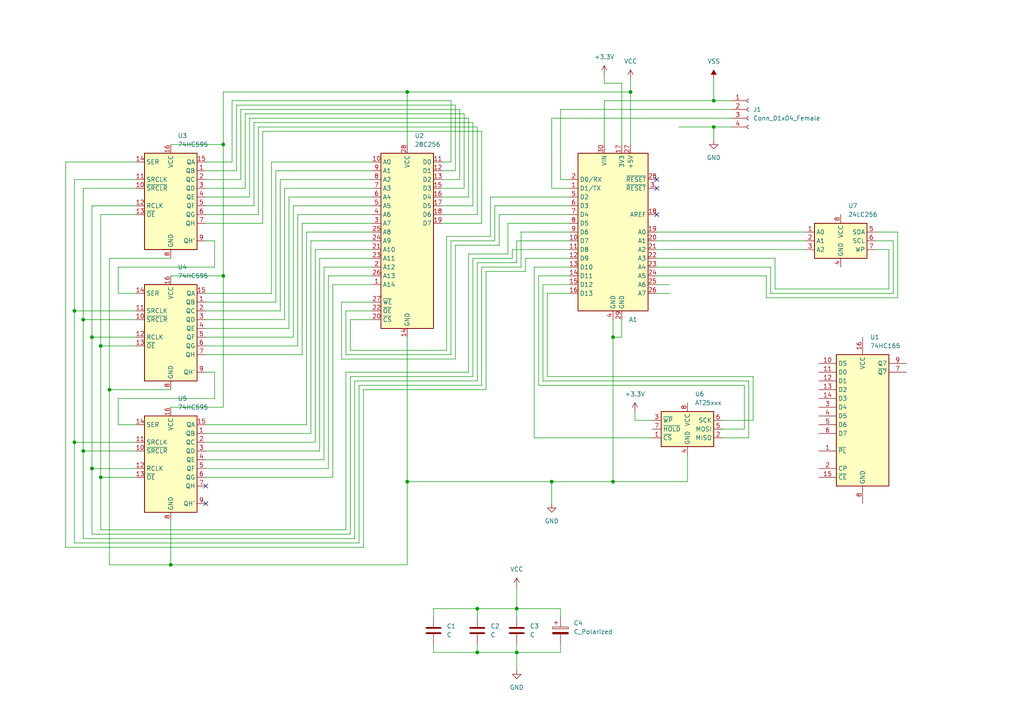
<source format=kicad_sch>
(kicad_sch
	(version 20250114)
	(generator "eeschema")
	(generator_version "9.0")
	(uuid "e63e39d7-6ac0-4ffd-8aa3-1841a4541b55")
	(paper "A4")
	(lib_symbols
		(symbol "74xx:74HC165"
			(exclude_from_sim no)
			(in_bom yes)
			(on_board yes)
			(property "Reference" "U"
				(at -7.62 19.05 0)
				(effects
					(font
						(size 1.27 1.27)
					)
				)
			)
			(property "Value" "74HC165"
				(at -7.62 -21.59 0)
				(effects
					(font
						(size 1.27 1.27)
					)
				)
			)
			(property "Footprint" ""
				(at 0 0 0)
				(effects
					(font
						(size 1.27 1.27)
					)
					(hide yes)
				)
			)
			(property "Datasheet" "https://assets.nexperia.com/documents/data-sheet/74HC_HCT165.pdf"
				(at 0 0 0)
				(effects
					(font
						(size 1.27 1.27)
					)
					(hide yes)
				)
			)
			(property "Description" "Shift Register, 8-bit, Parallel Load"
				(at 0 0 0)
				(effects
					(font
						(size 1.27 1.27)
					)
					(hide yes)
				)
			)
			(property "ki_keywords" "8 bit shift register parallel load cmos"
				(at 0 0 0)
				(effects
					(font
						(size 1.27 1.27)
					)
					(hide yes)
				)
			)
			(property "ki_fp_filters" "DIP?16* SO*16*3.9x9.9mm*P1.27mm* SSOP*16*5.3x6.2mm*P0.65mm* TSSOP*16*4.4x5mm*P0.65*"
				(at 0 0 0)
				(effects
					(font
						(size 1.27 1.27)
					)
					(hide yes)
				)
			)
			(symbol "74HC165_1_0"
				(pin input line
					(at -12.7 15.24 0)
					(length 5.08)
					(name "DS"
						(effects
							(font
								(size 1.27 1.27)
							)
						)
					)
					(number "10"
						(effects
							(font
								(size 1.27 1.27)
							)
						)
					)
				)
				(pin input line
					(at -12.7 12.7 0)
					(length 5.08)
					(name "D0"
						(effects
							(font
								(size 1.27 1.27)
							)
						)
					)
					(number "11"
						(effects
							(font
								(size 1.27 1.27)
							)
						)
					)
				)
				(pin input line
					(at -12.7 10.16 0)
					(length 5.08)
					(name "D1"
						(effects
							(font
								(size 1.27 1.27)
							)
						)
					)
					(number "12"
						(effects
							(font
								(size 1.27 1.27)
							)
						)
					)
				)
				(pin input line
					(at -12.7 7.62 0)
					(length 5.08)
					(name "D2"
						(effects
							(font
								(size 1.27 1.27)
							)
						)
					)
					(number "13"
						(effects
							(font
								(size 1.27 1.27)
							)
						)
					)
				)
				(pin input line
					(at -12.7 5.08 0)
					(length 5.08)
					(name "D3"
						(effects
							(font
								(size 1.27 1.27)
							)
						)
					)
					(number "14"
						(effects
							(font
								(size 1.27 1.27)
							)
						)
					)
				)
				(pin input line
					(at -12.7 2.54 0)
					(length 5.08)
					(name "D4"
						(effects
							(font
								(size 1.27 1.27)
							)
						)
					)
					(number "3"
						(effects
							(font
								(size 1.27 1.27)
							)
						)
					)
				)
				(pin input line
					(at -12.7 0 0)
					(length 5.08)
					(name "D5"
						(effects
							(font
								(size 1.27 1.27)
							)
						)
					)
					(number "4"
						(effects
							(font
								(size 1.27 1.27)
							)
						)
					)
				)
				(pin input line
					(at -12.7 -2.54 0)
					(length 5.08)
					(name "D6"
						(effects
							(font
								(size 1.27 1.27)
							)
						)
					)
					(number "5"
						(effects
							(font
								(size 1.27 1.27)
							)
						)
					)
				)
				(pin input line
					(at -12.7 -5.08 0)
					(length 5.08)
					(name "D7"
						(effects
							(font
								(size 1.27 1.27)
							)
						)
					)
					(number "6"
						(effects
							(font
								(size 1.27 1.27)
							)
						)
					)
				)
				(pin input line
					(at -12.7 -10.16 0)
					(length 5.08)
					(name "~{PL}"
						(effects
							(font
								(size 1.27 1.27)
							)
						)
					)
					(number "1"
						(effects
							(font
								(size 1.27 1.27)
							)
						)
					)
				)
				(pin input line
					(at -12.7 -15.24 0)
					(length 5.08)
					(name "CP"
						(effects
							(font
								(size 1.27 1.27)
							)
						)
					)
					(number "2"
						(effects
							(font
								(size 1.27 1.27)
							)
						)
					)
				)
				(pin input line
					(at -12.7 -17.78 0)
					(length 5.08)
					(name "~{CE}"
						(effects
							(font
								(size 1.27 1.27)
							)
						)
					)
					(number "15"
						(effects
							(font
								(size 1.27 1.27)
							)
						)
					)
				)
				(pin power_in line
					(at 0 22.86 270)
					(length 5.08)
					(name "VCC"
						(effects
							(font
								(size 1.27 1.27)
							)
						)
					)
					(number "16"
						(effects
							(font
								(size 1.27 1.27)
							)
						)
					)
				)
				(pin power_in line
					(at 0 -25.4 90)
					(length 5.08)
					(name "GND"
						(effects
							(font
								(size 1.27 1.27)
							)
						)
					)
					(number "8"
						(effects
							(font
								(size 1.27 1.27)
							)
						)
					)
				)
				(pin output line
					(at 12.7 15.24 180)
					(length 5.08)
					(name "Q7"
						(effects
							(font
								(size 1.27 1.27)
							)
						)
					)
					(number "9"
						(effects
							(font
								(size 1.27 1.27)
							)
						)
					)
				)
				(pin output line
					(at 12.7 12.7 180)
					(length 5.08)
					(name "~{Q7}"
						(effects
							(font
								(size 1.27 1.27)
							)
						)
					)
					(number "7"
						(effects
							(font
								(size 1.27 1.27)
							)
						)
					)
				)
			)
			(symbol "74HC165_1_1"
				(rectangle
					(start -7.62 17.78)
					(end 7.62 -20.32)
					(stroke
						(width 0.254)
						(type default)
					)
					(fill
						(type background)
					)
				)
			)
			(embedded_fonts no)
		)
		(symbol "74xx:74HC595"
			(exclude_from_sim no)
			(in_bom yes)
			(on_board yes)
			(property "Reference" "U"
				(at -7.62 13.97 0)
				(effects
					(font
						(size 1.27 1.27)
					)
				)
			)
			(property "Value" "74HC595"
				(at -7.62 -16.51 0)
				(effects
					(font
						(size 1.27 1.27)
					)
				)
			)
			(property "Footprint" ""
				(at 0 0 0)
				(effects
					(font
						(size 1.27 1.27)
					)
					(hide yes)
				)
			)
			(property "Datasheet" "http://www.ti.com/lit/ds/symlink/sn74hc595.pdf"
				(at 0 0 0)
				(effects
					(font
						(size 1.27 1.27)
					)
					(hide yes)
				)
			)
			(property "Description" "8-bit serial in/out Shift Register 3-State Outputs"
				(at 0 0 0)
				(effects
					(font
						(size 1.27 1.27)
					)
					(hide yes)
				)
			)
			(property "ki_keywords" "HCMOS SR 3State"
				(at 0 0 0)
				(effects
					(font
						(size 1.27 1.27)
					)
					(hide yes)
				)
			)
			(property "ki_fp_filters" "DIP*W7.62mm* SOIC*3.9x9.9mm*P1.27mm* TSSOP*4.4x5mm*P0.65mm* SOIC*5.3x10.2mm*P1.27mm* SOIC*7.5x10.3mm*P1.27mm*"
				(at 0 0 0)
				(effects
					(font
						(size 1.27 1.27)
					)
					(hide yes)
				)
			)
			(symbol "74HC595_1_0"
				(pin input line
					(at -10.16 10.16 0)
					(length 2.54)
					(name "SER"
						(effects
							(font
								(size 1.27 1.27)
							)
						)
					)
					(number "14"
						(effects
							(font
								(size 1.27 1.27)
							)
						)
					)
				)
				(pin input line
					(at -10.16 5.08 0)
					(length 2.54)
					(name "SRCLK"
						(effects
							(font
								(size 1.27 1.27)
							)
						)
					)
					(number "11"
						(effects
							(font
								(size 1.27 1.27)
							)
						)
					)
				)
				(pin input line
					(at -10.16 2.54 0)
					(length 2.54)
					(name "~{SRCLR}"
						(effects
							(font
								(size 1.27 1.27)
							)
						)
					)
					(number "10"
						(effects
							(font
								(size 1.27 1.27)
							)
						)
					)
				)
				(pin input line
					(at -10.16 -2.54 0)
					(length 2.54)
					(name "RCLK"
						(effects
							(font
								(size 1.27 1.27)
							)
						)
					)
					(number "12"
						(effects
							(font
								(size 1.27 1.27)
							)
						)
					)
				)
				(pin input line
					(at -10.16 -5.08 0)
					(length 2.54)
					(name "~{OE}"
						(effects
							(font
								(size 1.27 1.27)
							)
						)
					)
					(number "13"
						(effects
							(font
								(size 1.27 1.27)
							)
						)
					)
				)
				(pin power_in line
					(at 0 15.24 270)
					(length 2.54)
					(name "VCC"
						(effects
							(font
								(size 1.27 1.27)
							)
						)
					)
					(number "16"
						(effects
							(font
								(size 1.27 1.27)
							)
						)
					)
				)
				(pin power_in line
					(at 0 -17.78 90)
					(length 2.54)
					(name "GND"
						(effects
							(font
								(size 1.27 1.27)
							)
						)
					)
					(number "8"
						(effects
							(font
								(size 1.27 1.27)
							)
						)
					)
				)
				(pin tri_state line
					(at 10.16 10.16 180)
					(length 2.54)
					(name "QA"
						(effects
							(font
								(size 1.27 1.27)
							)
						)
					)
					(number "15"
						(effects
							(font
								(size 1.27 1.27)
							)
						)
					)
				)
				(pin tri_state line
					(at 10.16 7.62 180)
					(length 2.54)
					(name "QB"
						(effects
							(font
								(size 1.27 1.27)
							)
						)
					)
					(number "1"
						(effects
							(font
								(size 1.27 1.27)
							)
						)
					)
				)
				(pin tri_state line
					(at 10.16 5.08 180)
					(length 2.54)
					(name "QC"
						(effects
							(font
								(size 1.27 1.27)
							)
						)
					)
					(number "2"
						(effects
							(font
								(size 1.27 1.27)
							)
						)
					)
				)
				(pin tri_state line
					(at 10.16 2.54 180)
					(length 2.54)
					(name "QD"
						(effects
							(font
								(size 1.27 1.27)
							)
						)
					)
					(number "3"
						(effects
							(font
								(size 1.27 1.27)
							)
						)
					)
				)
				(pin tri_state line
					(at 10.16 0 180)
					(length 2.54)
					(name "QE"
						(effects
							(font
								(size 1.27 1.27)
							)
						)
					)
					(number "4"
						(effects
							(font
								(size 1.27 1.27)
							)
						)
					)
				)
				(pin tri_state line
					(at 10.16 -2.54 180)
					(length 2.54)
					(name "QF"
						(effects
							(font
								(size 1.27 1.27)
							)
						)
					)
					(number "5"
						(effects
							(font
								(size 1.27 1.27)
							)
						)
					)
				)
				(pin tri_state line
					(at 10.16 -5.08 180)
					(length 2.54)
					(name "QG"
						(effects
							(font
								(size 1.27 1.27)
							)
						)
					)
					(number "6"
						(effects
							(font
								(size 1.27 1.27)
							)
						)
					)
				)
				(pin tri_state line
					(at 10.16 -7.62 180)
					(length 2.54)
					(name "QH"
						(effects
							(font
								(size 1.27 1.27)
							)
						)
					)
					(number "7"
						(effects
							(font
								(size 1.27 1.27)
							)
						)
					)
				)
				(pin output line
					(at 10.16 -12.7 180)
					(length 2.54)
					(name "QH'"
						(effects
							(font
								(size 1.27 1.27)
							)
						)
					)
					(number "9"
						(effects
							(font
								(size 1.27 1.27)
							)
						)
					)
				)
			)
			(symbol "74HC595_1_1"
				(rectangle
					(start -7.62 12.7)
					(end 7.62 -15.24)
					(stroke
						(width 0.254)
						(type default)
					)
					(fill
						(type background)
					)
				)
			)
			(embedded_fonts no)
		)
		(symbol "Connector:Conn_01x04_Female"
			(pin_names
				(offset 1.016)
				(hide yes)
			)
			(exclude_from_sim no)
			(in_bom yes)
			(on_board yes)
			(property "Reference" "J"
				(at 0 5.08 0)
				(effects
					(font
						(size 1.27 1.27)
					)
				)
			)
			(property "Value" "Conn_01x04_Female"
				(at 0 -7.62 0)
				(effects
					(font
						(size 1.27 1.27)
					)
				)
			)
			(property "Footprint" ""
				(at 0 0 0)
				(effects
					(font
						(size 1.27 1.27)
					)
					(hide yes)
				)
			)
			(property "Datasheet" "~"
				(at 0 0 0)
				(effects
					(font
						(size 1.27 1.27)
					)
					(hide yes)
				)
			)
			(property "Description" "Generic connector, single row, 01x04, script generated (kicad-library-utils/schlib/autogen/connector/)"
				(at 0 0 0)
				(effects
					(font
						(size 1.27 1.27)
					)
					(hide yes)
				)
			)
			(property "ki_keywords" "connector"
				(at 0 0 0)
				(effects
					(font
						(size 1.27 1.27)
					)
					(hide yes)
				)
			)
			(property "ki_fp_filters" "Connector*:*_1x??_*"
				(at 0 0 0)
				(effects
					(font
						(size 1.27 1.27)
					)
					(hide yes)
				)
			)
			(symbol "Conn_01x04_Female_1_1"
				(polyline
					(pts
						(xy -1.27 2.54) (xy -0.508 2.54)
					)
					(stroke
						(width 0.1524)
						(type default)
					)
					(fill
						(type none)
					)
				)
				(polyline
					(pts
						(xy -1.27 0) (xy -0.508 0)
					)
					(stroke
						(width 0.1524)
						(type default)
					)
					(fill
						(type none)
					)
				)
				(polyline
					(pts
						(xy -1.27 -2.54) (xy -0.508 -2.54)
					)
					(stroke
						(width 0.1524)
						(type default)
					)
					(fill
						(type none)
					)
				)
				(polyline
					(pts
						(xy -1.27 -5.08) (xy -0.508 -5.08)
					)
					(stroke
						(width 0.1524)
						(type default)
					)
					(fill
						(type none)
					)
				)
				(arc
					(start 0 2.032)
					(mid -0.5058 2.54)
					(end 0 3.048)
					(stroke
						(width 0.1524)
						(type default)
					)
					(fill
						(type none)
					)
				)
				(arc
					(start 0 -0.508)
					(mid -0.5058 0)
					(end 0 0.508)
					(stroke
						(width 0.1524)
						(type default)
					)
					(fill
						(type none)
					)
				)
				(arc
					(start 0 -3.048)
					(mid -0.5058 -2.54)
					(end 0 -2.032)
					(stroke
						(width 0.1524)
						(type default)
					)
					(fill
						(type none)
					)
				)
				(arc
					(start 0 -5.588)
					(mid -0.5058 -5.08)
					(end 0 -4.572)
					(stroke
						(width 0.1524)
						(type default)
					)
					(fill
						(type none)
					)
				)
				(pin passive line
					(at -5.08 2.54 0)
					(length 3.81)
					(name "Pin_1"
						(effects
							(font
								(size 1.27 1.27)
							)
						)
					)
					(number "1"
						(effects
							(font
								(size 1.27 1.27)
							)
						)
					)
				)
				(pin passive line
					(at -5.08 0 0)
					(length 3.81)
					(name "Pin_2"
						(effects
							(font
								(size 1.27 1.27)
							)
						)
					)
					(number "2"
						(effects
							(font
								(size 1.27 1.27)
							)
						)
					)
				)
				(pin passive line
					(at -5.08 -2.54 0)
					(length 3.81)
					(name "Pin_3"
						(effects
							(font
								(size 1.27 1.27)
							)
						)
					)
					(number "3"
						(effects
							(font
								(size 1.27 1.27)
							)
						)
					)
				)
				(pin passive line
					(at -5.08 -5.08 0)
					(length 3.81)
					(name "Pin_4"
						(effects
							(font
								(size 1.27 1.27)
							)
						)
					)
					(number "4"
						(effects
							(font
								(size 1.27 1.27)
							)
						)
					)
				)
			)
			(embedded_fonts no)
		)
		(symbol "Device:C"
			(pin_numbers
				(hide yes)
			)
			(pin_names
				(offset 0.254)
			)
			(exclude_from_sim no)
			(in_bom yes)
			(on_board yes)
			(property "Reference" "C"
				(at 0.635 2.54 0)
				(effects
					(font
						(size 1.27 1.27)
					)
					(justify left)
				)
			)
			(property "Value" "C"
				(at 0.635 -2.54 0)
				(effects
					(font
						(size 1.27 1.27)
					)
					(justify left)
				)
			)
			(property "Footprint" ""
				(at 0.9652 -3.81 0)
				(effects
					(font
						(size 1.27 1.27)
					)
					(hide yes)
				)
			)
			(property "Datasheet" "~"
				(at 0 0 0)
				(effects
					(font
						(size 1.27 1.27)
					)
					(hide yes)
				)
			)
			(property "Description" "Unpolarized capacitor"
				(at 0 0 0)
				(effects
					(font
						(size 1.27 1.27)
					)
					(hide yes)
				)
			)
			(property "ki_keywords" "cap capacitor"
				(at 0 0 0)
				(effects
					(font
						(size 1.27 1.27)
					)
					(hide yes)
				)
			)
			(property "ki_fp_filters" "C_*"
				(at 0 0 0)
				(effects
					(font
						(size 1.27 1.27)
					)
					(hide yes)
				)
			)
			(symbol "C_0_1"
				(polyline
					(pts
						(xy -2.032 0.762) (xy 2.032 0.762)
					)
					(stroke
						(width 0.508)
						(type default)
					)
					(fill
						(type none)
					)
				)
				(polyline
					(pts
						(xy -2.032 -0.762) (xy 2.032 -0.762)
					)
					(stroke
						(width 0.508)
						(type default)
					)
					(fill
						(type none)
					)
				)
			)
			(symbol "C_1_1"
				(pin passive line
					(at 0 3.81 270)
					(length 2.794)
					(name "~"
						(effects
							(font
								(size 1.27 1.27)
							)
						)
					)
					(number "1"
						(effects
							(font
								(size 1.27 1.27)
							)
						)
					)
				)
				(pin passive line
					(at 0 -3.81 90)
					(length 2.794)
					(name "~"
						(effects
							(font
								(size 1.27 1.27)
							)
						)
					)
					(number "2"
						(effects
							(font
								(size 1.27 1.27)
							)
						)
					)
				)
			)
			(embedded_fonts no)
		)
		(symbol "Device:C_Polarized"
			(pin_numbers
				(hide yes)
			)
			(pin_names
				(offset 0.254)
			)
			(exclude_from_sim no)
			(in_bom yes)
			(on_board yes)
			(property "Reference" "C"
				(at 0.635 2.54 0)
				(effects
					(font
						(size 1.27 1.27)
					)
					(justify left)
				)
			)
			(property "Value" "C_Polarized"
				(at 0.635 -2.54 0)
				(effects
					(font
						(size 1.27 1.27)
					)
					(justify left)
				)
			)
			(property "Footprint" ""
				(at 0.9652 -3.81 0)
				(effects
					(font
						(size 1.27 1.27)
					)
					(hide yes)
				)
			)
			(property "Datasheet" "~"
				(at 0 0 0)
				(effects
					(font
						(size 1.27 1.27)
					)
					(hide yes)
				)
			)
			(property "Description" "Polarized capacitor"
				(at 0 0 0)
				(effects
					(font
						(size 1.27 1.27)
					)
					(hide yes)
				)
			)
			(property "ki_keywords" "cap capacitor"
				(at 0 0 0)
				(effects
					(font
						(size 1.27 1.27)
					)
					(hide yes)
				)
			)
			(property "ki_fp_filters" "CP_*"
				(at 0 0 0)
				(effects
					(font
						(size 1.27 1.27)
					)
					(hide yes)
				)
			)
			(symbol "C_Polarized_0_1"
				(rectangle
					(start -2.286 0.508)
					(end 2.286 1.016)
					(stroke
						(width 0)
						(type default)
					)
					(fill
						(type none)
					)
				)
				(polyline
					(pts
						(xy -1.778 2.286) (xy -0.762 2.286)
					)
					(stroke
						(width 0)
						(type default)
					)
					(fill
						(type none)
					)
				)
				(polyline
					(pts
						(xy -1.27 2.794) (xy -1.27 1.778)
					)
					(stroke
						(width 0)
						(type default)
					)
					(fill
						(type none)
					)
				)
				(rectangle
					(start 2.286 -0.508)
					(end -2.286 -1.016)
					(stroke
						(width 0)
						(type default)
					)
					(fill
						(type outline)
					)
				)
			)
			(symbol "C_Polarized_1_1"
				(pin passive line
					(at 0 3.81 270)
					(length 2.794)
					(name "~"
						(effects
							(font
								(size 1.27 1.27)
							)
						)
					)
					(number "1"
						(effects
							(font
								(size 1.27 1.27)
							)
						)
					)
				)
				(pin passive line
					(at 0 -3.81 90)
					(length 2.794)
					(name "~"
						(effects
							(font
								(size 1.27 1.27)
							)
						)
					)
					(number "2"
						(effects
							(font
								(size 1.27 1.27)
							)
						)
					)
				)
			)
			(embedded_fonts no)
		)
		(symbol "MCU_Module:Arduino_Nano_v2.x"
			(exclude_from_sim no)
			(in_bom yes)
			(on_board yes)
			(property "Reference" "A"
				(at -10.16 23.495 0)
				(effects
					(font
						(size 1.27 1.27)
					)
					(justify left bottom)
				)
			)
			(property "Value" "Arduino_Nano_v2.x"
				(at 5.08 -24.13 0)
				(effects
					(font
						(size 1.27 1.27)
					)
					(justify left top)
				)
			)
			(property "Footprint" "Module:Arduino_Nano"
				(at 0 0 0)
				(effects
					(font
						(size 1.27 1.27)
						(italic yes)
					)
					(hide yes)
				)
			)
			(property "Datasheet" "https://www.arduino.cc/en/uploads/Main/ArduinoNanoManual23.pdf"
				(at 0 0 0)
				(effects
					(font
						(size 1.27 1.27)
					)
					(hide yes)
				)
			)
			(property "Description" "Arduino Nano v2.x"
				(at 0 0 0)
				(effects
					(font
						(size 1.27 1.27)
					)
					(hide yes)
				)
			)
			(property "ki_keywords" "Arduino nano microcontroller module USB"
				(at 0 0 0)
				(effects
					(font
						(size 1.27 1.27)
					)
					(hide yes)
				)
			)
			(property "ki_fp_filters" "Arduino*Nano*"
				(at 0 0 0)
				(effects
					(font
						(size 1.27 1.27)
					)
					(hide yes)
				)
			)
			(symbol "Arduino_Nano_v2.x_0_1"
				(rectangle
					(start -10.16 22.86)
					(end 10.16 -22.86)
					(stroke
						(width 0.254)
						(type default)
					)
					(fill
						(type background)
					)
				)
			)
			(symbol "Arduino_Nano_v2.x_1_1"
				(pin bidirectional line
					(at -12.7 15.24 0)
					(length 2.54)
					(name "D0/RX"
						(effects
							(font
								(size 1.27 1.27)
							)
						)
					)
					(number "2"
						(effects
							(font
								(size 1.27 1.27)
							)
						)
					)
				)
				(pin bidirectional line
					(at -12.7 12.7 0)
					(length 2.54)
					(name "D1/TX"
						(effects
							(font
								(size 1.27 1.27)
							)
						)
					)
					(number "1"
						(effects
							(font
								(size 1.27 1.27)
							)
						)
					)
				)
				(pin bidirectional line
					(at -12.7 10.16 0)
					(length 2.54)
					(name "D2"
						(effects
							(font
								(size 1.27 1.27)
							)
						)
					)
					(number "5"
						(effects
							(font
								(size 1.27 1.27)
							)
						)
					)
				)
				(pin bidirectional line
					(at -12.7 7.62 0)
					(length 2.54)
					(name "D3"
						(effects
							(font
								(size 1.27 1.27)
							)
						)
					)
					(number "6"
						(effects
							(font
								(size 1.27 1.27)
							)
						)
					)
				)
				(pin bidirectional line
					(at -12.7 5.08 0)
					(length 2.54)
					(name "D4"
						(effects
							(font
								(size 1.27 1.27)
							)
						)
					)
					(number "7"
						(effects
							(font
								(size 1.27 1.27)
							)
						)
					)
				)
				(pin bidirectional line
					(at -12.7 2.54 0)
					(length 2.54)
					(name "D5"
						(effects
							(font
								(size 1.27 1.27)
							)
						)
					)
					(number "8"
						(effects
							(font
								(size 1.27 1.27)
							)
						)
					)
				)
				(pin bidirectional line
					(at -12.7 0 0)
					(length 2.54)
					(name "D6"
						(effects
							(font
								(size 1.27 1.27)
							)
						)
					)
					(number "9"
						(effects
							(font
								(size 1.27 1.27)
							)
						)
					)
				)
				(pin bidirectional line
					(at -12.7 -2.54 0)
					(length 2.54)
					(name "D7"
						(effects
							(font
								(size 1.27 1.27)
							)
						)
					)
					(number "10"
						(effects
							(font
								(size 1.27 1.27)
							)
						)
					)
				)
				(pin bidirectional line
					(at -12.7 -5.08 0)
					(length 2.54)
					(name "D8"
						(effects
							(font
								(size 1.27 1.27)
							)
						)
					)
					(number "11"
						(effects
							(font
								(size 1.27 1.27)
							)
						)
					)
				)
				(pin bidirectional line
					(at -12.7 -7.62 0)
					(length 2.54)
					(name "D9"
						(effects
							(font
								(size 1.27 1.27)
							)
						)
					)
					(number "12"
						(effects
							(font
								(size 1.27 1.27)
							)
						)
					)
				)
				(pin bidirectional line
					(at -12.7 -10.16 0)
					(length 2.54)
					(name "D10"
						(effects
							(font
								(size 1.27 1.27)
							)
						)
					)
					(number "13"
						(effects
							(font
								(size 1.27 1.27)
							)
						)
					)
				)
				(pin bidirectional line
					(at -12.7 -12.7 0)
					(length 2.54)
					(name "D11"
						(effects
							(font
								(size 1.27 1.27)
							)
						)
					)
					(number "14"
						(effects
							(font
								(size 1.27 1.27)
							)
						)
					)
				)
				(pin bidirectional line
					(at -12.7 -15.24 0)
					(length 2.54)
					(name "D12"
						(effects
							(font
								(size 1.27 1.27)
							)
						)
					)
					(number "15"
						(effects
							(font
								(size 1.27 1.27)
							)
						)
					)
				)
				(pin bidirectional line
					(at -12.7 -17.78 0)
					(length 2.54)
					(name "D13"
						(effects
							(font
								(size 1.27 1.27)
							)
						)
					)
					(number "16"
						(effects
							(font
								(size 1.27 1.27)
							)
						)
					)
				)
				(pin power_in line
					(at -2.54 25.4 270)
					(length 2.54)
					(name "VIN"
						(effects
							(font
								(size 1.27 1.27)
							)
						)
					)
					(number "30"
						(effects
							(font
								(size 1.27 1.27)
							)
						)
					)
				)
				(pin power_in line
					(at 0 -25.4 90)
					(length 2.54)
					(name "GND"
						(effects
							(font
								(size 1.27 1.27)
							)
						)
					)
					(number "4"
						(effects
							(font
								(size 1.27 1.27)
							)
						)
					)
				)
				(pin power_out line
					(at 2.54 25.4 270)
					(length 2.54)
					(name "3V3"
						(effects
							(font
								(size 1.27 1.27)
							)
						)
					)
					(number "17"
						(effects
							(font
								(size 1.27 1.27)
							)
						)
					)
				)
				(pin power_in line
					(at 2.54 -25.4 90)
					(length 2.54)
					(name "GND"
						(effects
							(font
								(size 1.27 1.27)
							)
						)
					)
					(number "29"
						(effects
							(font
								(size 1.27 1.27)
							)
						)
					)
				)
				(pin power_out line
					(at 5.08 25.4 270)
					(length 2.54)
					(name "+5V"
						(effects
							(font
								(size 1.27 1.27)
							)
						)
					)
					(number "27"
						(effects
							(font
								(size 1.27 1.27)
							)
						)
					)
				)
				(pin input line
					(at 12.7 15.24 180)
					(length 2.54)
					(name "~{RESET}"
						(effects
							(font
								(size 1.27 1.27)
							)
						)
					)
					(number "28"
						(effects
							(font
								(size 1.27 1.27)
							)
						)
					)
				)
				(pin input line
					(at 12.7 12.7 180)
					(length 2.54)
					(name "~{RESET}"
						(effects
							(font
								(size 1.27 1.27)
							)
						)
					)
					(number "3"
						(effects
							(font
								(size 1.27 1.27)
							)
						)
					)
				)
				(pin input line
					(at 12.7 5.08 180)
					(length 2.54)
					(name "AREF"
						(effects
							(font
								(size 1.27 1.27)
							)
						)
					)
					(number "18"
						(effects
							(font
								(size 1.27 1.27)
							)
						)
					)
				)
				(pin bidirectional line
					(at 12.7 0 180)
					(length 2.54)
					(name "A0"
						(effects
							(font
								(size 1.27 1.27)
							)
						)
					)
					(number "19"
						(effects
							(font
								(size 1.27 1.27)
							)
						)
					)
				)
				(pin bidirectional line
					(at 12.7 -2.54 180)
					(length 2.54)
					(name "A1"
						(effects
							(font
								(size 1.27 1.27)
							)
						)
					)
					(number "20"
						(effects
							(font
								(size 1.27 1.27)
							)
						)
					)
				)
				(pin bidirectional line
					(at 12.7 -5.08 180)
					(length 2.54)
					(name "A2"
						(effects
							(font
								(size 1.27 1.27)
							)
						)
					)
					(number "21"
						(effects
							(font
								(size 1.27 1.27)
							)
						)
					)
				)
				(pin bidirectional line
					(at 12.7 -7.62 180)
					(length 2.54)
					(name "A3"
						(effects
							(font
								(size 1.27 1.27)
							)
						)
					)
					(number "22"
						(effects
							(font
								(size 1.27 1.27)
							)
						)
					)
				)
				(pin bidirectional line
					(at 12.7 -10.16 180)
					(length 2.54)
					(name "A4"
						(effects
							(font
								(size 1.27 1.27)
							)
						)
					)
					(number "23"
						(effects
							(font
								(size 1.27 1.27)
							)
						)
					)
				)
				(pin bidirectional line
					(at 12.7 -12.7 180)
					(length 2.54)
					(name "A5"
						(effects
							(font
								(size 1.27 1.27)
							)
						)
					)
					(number "24"
						(effects
							(font
								(size 1.27 1.27)
							)
						)
					)
				)
				(pin bidirectional line
					(at 12.7 -15.24 180)
					(length 2.54)
					(name "A6"
						(effects
							(font
								(size 1.27 1.27)
							)
						)
					)
					(number "25"
						(effects
							(font
								(size 1.27 1.27)
							)
						)
					)
				)
				(pin bidirectional line
					(at 12.7 -17.78 180)
					(length 2.54)
					(name "A7"
						(effects
							(font
								(size 1.27 1.27)
							)
						)
					)
					(number "26"
						(effects
							(font
								(size 1.27 1.27)
							)
						)
					)
				)
			)
			(embedded_fonts no)
		)
		(symbol "Memory_EEPROM:24LC256"
			(exclude_from_sim no)
			(in_bom yes)
			(on_board yes)
			(property "Reference" "U"
				(at -6.35 6.35 0)
				(effects
					(font
						(size 1.27 1.27)
					)
				)
			)
			(property "Value" "24LC256"
				(at 1.27 6.35 0)
				(effects
					(font
						(size 1.27 1.27)
					)
					(justify left)
				)
			)
			(property "Footprint" ""
				(at 0 0 0)
				(effects
					(font
						(size 1.27 1.27)
					)
					(hide yes)
				)
			)
			(property "Datasheet" "http://ww1.microchip.com/downloads/en/devicedoc/21203m.pdf"
				(at 0 0 0)
				(effects
					(font
						(size 1.27 1.27)
					)
					(hide yes)
				)
			)
			(property "Description" "I2C Serial EEPROM, 256Kb, DIP-8/SOIC-8/TSSOP-8/DFN-8"
				(at 0 0 0)
				(effects
					(font
						(size 1.27 1.27)
					)
					(hide yes)
				)
			)
			(property "ki_keywords" "I2C Serial EEPROM"
				(at 0 0 0)
				(effects
					(font
						(size 1.27 1.27)
					)
					(hide yes)
				)
			)
			(property "ki_fp_filters" "DIP*W7.62mm* SOIC*3.9x4.9mm* TSSOP*4.4x3mm*P0.65mm* DFN*3x2mm*P0.5mm*"
				(at 0 0 0)
				(effects
					(font
						(size 1.27 1.27)
					)
					(hide yes)
				)
			)
			(symbol "24LC256_1_1"
				(rectangle
					(start -7.62 5.08)
					(end 7.62 -5.08)
					(stroke
						(width 0.254)
						(type default)
					)
					(fill
						(type background)
					)
				)
				(pin input line
					(at -10.16 2.54 0)
					(length 2.54)
					(name "A0"
						(effects
							(font
								(size 1.27 1.27)
							)
						)
					)
					(number "1"
						(effects
							(font
								(size 1.27 1.27)
							)
						)
					)
				)
				(pin input line
					(at -10.16 0 0)
					(length 2.54)
					(name "A1"
						(effects
							(font
								(size 1.27 1.27)
							)
						)
					)
					(number "2"
						(effects
							(font
								(size 1.27 1.27)
							)
						)
					)
				)
				(pin input line
					(at -10.16 -2.54 0)
					(length 2.54)
					(name "A2"
						(effects
							(font
								(size 1.27 1.27)
							)
						)
					)
					(number "3"
						(effects
							(font
								(size 1.27 1.27)
							)
						)
					)
				)
				(pin power_in line
					(at 0 7.62 270)
					(length 2.54)
					(name "VCC"
						(effects
							(font
								(size 1.27 1.27)
							)
						)
					)
					(number "8"
						(effects
							(font
								(size 1.27 1.27)
							)
						)
					)
				)
				(pin power_in line
					(at 0 -7.62 90)
					(length 2.54)
					(name "GND"
						(effects
							(font
								(size 1.27 1.27)
							)
						)
					)
					(number "4"
						(effects
							(font
								(size 1.27 1.27)
							)
						)
					)
				)
				(pin bidirectional line
					(at 10.16 2.54 180)
					(length 2.54)
					(name "SDA"
						(effects
							(font
								(size 1.27 1.27)
							)
						)
					)
					(number "5"
						(effects
							(font
								(size 1.27 1.27)
							)
						)
					)
				)
				(pin input line
					(at 10.16 0 180)
					(length 2.54)
					(name "SCL"
						(effects
							(font
								(size 1.27 1.27)
							)
						)
					)
					(number "6"
						(effects
							(font
								(size 1.27 1.27)
							)
						)
					)
				)
				(pin input line
					(at 10.16 -2.54 180)
					(length 2.54)
					(name "WP"
						(effects
							(font
								(size 1.27 1.27)
							)
						)
					)
					(number "7"
						(effects
							(font
								(size 1.27 1.27)
							)
						)
					)
				)
			)
			(embedded_fonts no)
		)
		(symbol "Memory_EEPROM:28C256"
			(exclude_from_sim no)
			(in_bom yes)
			(on_board yes)
			(property "Reference" "U"
				(at -7.62 26.67 0)
				(effects
					(font
						(size 1.27 1.27)
					)
				)
			)
			(property "Value" "28C256"
				(at 2.54 -26.67 0)
				(effects
					(font
						(size 1.27 1.27)
					)
					(justify left)
				)
			)
			(property "Footprint" ""
				(at 0 0 0)
				(effects
					(font
						(size 1.27 1.27)
					)
					(hide yes)
				)
			)
			(property "Datasheet" "http://ww1.microchip.com/downloads/en/DeviceDoc/doc0006.pdf"
				(at 0 0 0)
				(effects
					(font
						(size 1.27 1.27)
					)
					(hide yes)
				)
			)
			(property "Description" "Paged Parallel EEPROM 256Kb (32K x 8), DIP-28/SOIC-28"
				(at 0 0 0)
				(effects
					(font
						(size 1.27 1.27)
					)
					(hide yes)
				)
			)
			(property "ki_keywords" "Parallel EEPROM 256Kb"
				(at 0 0 0)
				(effects
					(font
						(size 1.27 1.27)
					)
					(hide yes)
				)
			)
			(property "ki_fp_filters" "DIP*W15.24mm* SOIC*7.5x17.9mm*P1.27mm*"
				(at 0 0 0)
				(effects
					(font
						(size 1.27 1.27)
					)
					(hide yes)
				)
			)
			(symbol "28C256_1_1"
				(rectangle
					(start -7.62 25.4)
					(end 7.62 -25.4)
					(stroke
						(width 0.254)
						(type default)
					)
					(fill
						(type background)
					)
				)
				(pin input line
					(at -10.16 22.86 0)
					(length 2.54)
					(name "A0"
						(effects
							(font
								(size 1.27 1.27)
							)
						)
					)
					(number "10"
						(effects
							(font
								(size 1.27 1.27)
							)
						)
					)
				)
				(pin input line
					(at -10.16 20.32 0)
					(length 2.54)
					(name "A1"
						(effects
							(font
								(size 1.27 1.27)
							)
						)
					)
					(number "9"
						(effects
							(font
								(size 1.27 1.27)
							)
						)
					)
				)
				(pin input line
					(at -10.16 17.78 0)
					(length 2.54)
					(name "A2"
						(effects
							(font
								(size 1.27 1.27)
							)
						)
					)
					(number "8"
						(effects
							(font
								(size 1.27 1.27)
							)
						)
					)
				)
				(pin input line
					(at -10.16 15.24 0)
					(length 2.54)
					(name "A3"
						(effects
							(font
								(size 1.27 1.27)
							)
						)
					)
					(number "7"
						(effects
							(font
								(size 1.27 1.27)
							)
						)
					)
				)
				(pin input line
					(at -10.16 12.7 0)
					(length 2.54)
					(name "A4"
						(effects
							(font
								(size 1.27 1.27)
							)
						)
					)
					(number "6"
						(effects
							(font
								(size 1.27 1.27)
							)
						)
					)
				)
				(pin input line
					(at -10.16 10.16 0)
					(length 2.54)
					(name "A5"
						(effects
							(font
								(size 1.27 1.27)
							)
						)
					)
					(number "5"
						(effects
							(font
								(size 1.27 1.27)
							)
						)
					)
				)
				(pin input line
					(at -10.16 7.62 0)
					(length 2.54)
					(name "A6"
						(effects
							(font
								(size 1.27 1.27)
							)
						)
					)
					(number "4"
						(effects
							(font
								(size 1.27 1.27)
							)
						)
					)
				)
				(pin input line
					(at -10.16 5.08 0)
					(length 2.54)
					(name "A7"
						(effects
							(font
								(size 1.27 1.27)
							)
						)
					)
					(number "3"
						(effects
							(font
								(size 1.27 1.27)
							)
						)
					)
				)
				(pin input line
					(at -10.16 2.54 0)
					(length 2.54)
					(name "A8"
						(effects
							(font
								(size 1.27 1.27)
							)
						)
					)
					(number "25"
						(effects
							(font
								(size 1.27 1.27)
							)
						)
					)
				)
				(pin input line
					(at -10.16 0 0)
					(length 2.54)
					(name "A9"
						(effects
							(font
								(size 1.27 1.27)
							)
						)
					)
					(number "24"
						(effects
							(font
								(size 1.27 1.27)
							)
						)
					)
				)
				(pin input line
					(at -10.16 -2.54 0)
					(length 2.54)
					(name "A10"
						(effects
							(font
								(size 1.27 1.27)
							)
						)
					)
					(number "21"
						(effects
							(font
								(size 1.27 1.27)
							)
						)
					)
				)
				(pin input line
					(at -10.16 -5.08 0)
					(length 2.54)
					(name "A11"
						(effects
							(font
								(size 1.27 1.27)
							)
						)
					)
					(number "23"
						(effects
							(font
								(size 1.27 1.27)
							)
						)
					)
				)
				(pin input line
					(at -10.16 -7.62 0)
					(length 2.54)
					(name "A12"
						(effects
							(font
								(size 1.27 1.27)
							)
						)
					)
					(number "2"
						(effects
							(font
								(size 1.27 1.27)
							)
						)
					)
				)
				(pin input line
					(at -10.16 -10.16 0)
					(length 2.54)
					(name "A13"
						(effects
							(font
								(size 1.27 1.27)
							)
						)
					)
					(number "26"
						(effects
							(font
								(size 1.27 1.27)
							)
						)
					)
				)
				(pin input line
					(at -10.16 -12.7 0)
					(length 2.54)
					(name "A14"
						(effects
							(font
								(size 1.27 1.27)
							)
						)
					)
					(number "1"
						(effects
							(font
								(size 1.27 1.27)
							)
						)
					)
				)
				(pin input line
					(at -10.16 -17.78 0)
					(length 2.54)
					(name "~{WE}"
						(effects
							(font
								(size 1.27 1.27)
							)
						)
					)
					(number "27"
						(effects
							(font
								(size 1.27 1.27)
							)
						)
					)
				)
				(pin input line
					(at -10.16 -20.32 0)
					(length 2.54)
					(name "~{OE}"
						(effects
							(font
								(size 1.27 1.27)
							)
						)
					)
					(number "22"
						(effects
							(font
								(size 1.27 1.27)
							)
						)
					)
				)
				(pin input line
					(at -10.16 -22.86 0)
					(length 2.54)
					(name "~{CS}"
						(effects
							(font
								(size 1.27 1.27)
							)
						)
					)
					(number "20"
						(effects
							(font
								(size 1.27 1.27)
							)
						)
					)
				)
				(pin power_in line
					(at 0 27.94 270)
					(length 2.54)
					(name "VCC"
						(effects
							(font
								(size 1.27 1.27)
							)
						)
					)
					(number "28"
						(effects
							(font
								(size 1.27 1.27)
							)
						)
					)
				)
				(pin power_in line
					(at 0 -27.94 90)
					(length 2.54)
					(name "GND"
						(effects
							(font
								(size 1.27 1.27)
							)
						)
					)
					(number "14"
						(effects
							(font
								(size 1.27 1.27)
							)
						)
					)
				)
				(pin tri_state line
					(at 10.16 22.86 180)
					(length 2.54)
					(name "D0"
						(effects
							(font
								(size 1.27 1.27)
							)
						)
					)
					(number "11"
						(effects
							(font
								(size 1.27 1.27)
							)
						)
					)
				)
				(pin tri_state line
					(at 10.16 20.32 180)
					(length 2.54)
					(name "D1"
						(effects
							(font
								(size 1.27 1.27)
							)
						)
					)
					(number "12"
						(effects
							(font
								(size 1.27 1.27)
							)
						)
					)
				)
				(pin tri_state line
					(at 10.16 17.78 180)
					(length 2.54)
					(name "D2"
						(effects
							(font
								(size 1.27 1.27)
							)
						)
					)
					(number "13"
						(effects
							(font
								(size 1.27 1.27)
							)
						)
					)
				)
				(pin tri_state line
					(at 10.16 15.24 180)
					(length 2.54)
					(name "D3"
						(effects
							(font
								(size 1.27 1.27)
							)
						)
					)
					(number "15"
						(effects
							(font
								(size 1.27 1.27)
							)
						)
					)
				)
				(pin tri_state line
					(at 10.16 12.7 180)
					(length 2.54)
					(name "D4"
						(effects
							(font
								(size 1.27 1.27)
							)
						)
					)
					(number "16"
						(effects
							(font
								(size 1.27 1.27)
							)
						)
					)
				)
				(pin tri_state line
					(at 10.16 10.16 180)
					(length 2.54)
					(name "D5"
						(effects
							(font
								(size 1.27 1.27)
							)
						)
					)
					(number "17"
						(effects
							(font
								(size 1.27 1.27)
							)
						)
					)
				)
				(pin tri_state line
					(at 10.16 7.62 180)
					(length 2.54)
					(name "D6"
						(effects
							(font
								(size 1.27 1.27)
							)
						)
					)
					(number "18"
						(effects
							(font
								(size 1.27 1.27)
							)
						)
					)
				)
				(pin tri_state line
					(at 10.16 5.08 180)
					(length 2.54)
					(name "D7"
						(effects
							(font
								(size 1.27 1.27)
							)
						)
					)
					(number "19"
						(effects
							(font
								(size 1.27 1.27)
							)
						)
					)
				)
			)
			(embedded_fonts no)
		)
		(symbol "Memory_EEPROM:AT25xxx"
			(exclude_from_sim no)
			(in_bom yes)
			(on_board yes)
			(property "Reference" "U"
				(at -7.62 6.35 0)
				(effects
					(font
						(size 1.27 1.27)
					)
				)
			)
			(property "Value" "AT25xxx"
				(at 2.54 -6.35 0)
				(effects
					(font
						(size 1.27 1.27)
					)
					(justify left)
				)
			)
			(property "Footprint" ""
				(at 0 0 0)
				(effects
					(font
						(size 1.27 1.27)
					)
					(hide yes)
				)
			)
			(property "Datasheet" "http://ww1.microchip.com/downloads/en/DeviceDoc/Atmel-8707-SEEPROM-AT25010B-020B-040B-Datasheet.pdf"
				(at 0 0 0)
				(effects
					(font
						(size 1.27 1.27)
					)
					(hide yes)
				)
			)
			(property "Description" "Microchip SPI Serial EEPROM, DIP-8/SOIC-8/TSSOP-8"
				(at 0 0 0)
				(effects
					(font
						(size 1.27 1.27)
					)
					(hide yes)
				)
			)
			(property "ki_keywords" "EEPROM memory SPI serial"
				(at 0 0 0)
				(effects
					(font
						(size 1.27 1.27)
					)
					(hide yes)
				)
			)
			(property "ki_fp_filters" "DIP*W7.62mm* SOIC*3.9x4.9mm* TSSOP*4.4x3mm*P0.65mm*"
				(at 0 0 0)
				(effects
					(font
						(size 1.27 1.27)
					)
					(hide yes)
				)
			)
			(symbol "AT25xxx_1_1"
				(rectangle
					(start -7.62 5.08)
					(end 7.62 -5.08)
					(stroke
						(width 0.254)
						(type default)
					)
					(fill
						(type background)
					)
				)
				(pin input line
					(at -10.16 2.54 0)
					(length 2.54)
					(name "~{WP}"
						(effects
							(font
								(size 1.27 1.27)
							)
						)
					)
					(number "3"
						(effects
							(font
								(size 1.27 1.27)
							)
						)
					)
				)
				(pin input line
					(at -10.16 0 0)
					(length 2.54)
					(name "~{HOLD}"
						(effects
							(font
								(size 1.27 1.27)
							)
						)
					)
					(number "7"
						(effects
							(font
								(size 1.27 1.27)
							)
						)
					)
				)
				(pin input line
					(at -10.16 -2.54 0)
					(length 2.54)
					(name "~{CS}"
						(effects
							(font
								(size 1.27 1.27)
							)
						)
					)
					(number "1"
						(effects
							(font
								(size 1.27 1.27)
							)
						)
					)
				)
				(pin power_in line
					(at 0 7.62 270)
					(length 2.54)
					(name "VCC"
						(effects
							(font
								(size 1.27 1.27)
							)
						)
					)
					(number "8"
						(effects
							(font
								(size 1.27 1.27)
							)
						)
					)
				)
				(pin power_in line
					(at 0 -7.62 90)
					(length 2.54)
					(name "GND"
						(effects
							(font
								(size 1.27 1.27)
							)
						)
					)
					(number "4"
						(effects
							(font
								(size 1.27 1.27)
							)
						)
					)
				)
				(pin input line
					(at 10.16 2.54 180)
					(length 2.54)
					(name "SCK"
						(effects
							(font
								(size 1.27 1.27)
							)
						)
					)
					(number "6"
						(effects
							(font
								(size 1.27 1.27)
							)
						)
					)
				)
				(pin input line
					(at 10.16 0 180)
					(length 2.54)
					(name "MOSI"
						(effects
							(font
								(size 1.27 1.27)
							)
						)
					)
					(number "5"
						(effects
							(font
								(size 1.27 1.27)
							)
						)
					)
				)
				(pin tri_state line
					(at 10.16 -2.54 180)
					(length 2.54)
					(name "MISO"
						(effects
							(font
								(size 1.27 1.27)
							)
						)
					)
					(number "2"
						(effects
							(font
								(size 1.27 1.27)
							)
						)
					)
				)
			)
			(embedded_fonts no)
		)
		(symbol "power:+3.3V"
			(power)
			(pin_numbers
				(hide yes)
			)
			(pin_names
				(offset 0)
				(hide yes)
			)
			(exclude_from_sim no)
			(in_bom yes)
			(on_board yes)
			(property "Reference" "#PWR"
				(at 0 -3.81 0)
				(effects
					(font
						(size 1.27 1.27)
					)
					(hide yes)
				)
			)
			(property "Value" "+3.3V"
				(at 0 3.556 0)
				(effects
					(font
						(size 1.27 1.27)
					)
				)
			)
			(property "Footprint" ""
				(at 0 0 0)
				(effects
					(font
						(size 1.27 1.27)
					)
					(hide yes)
				)
			)
			(property "Datasheet" ""
				(at 0 0 0)
				(effects
					(font
						(size 1.27 1.27)
					)
					(hide yes)
				)
			)
			(property "Description" "Power symbol creates a global label with name \"+3.3V\""
				(at 0 0 0)
				(effects
					(font
						(size 1.27 1.27)
					)
					(hide yes)
				)
			)
			(property "ki_keywords" "global power"
				(at 0 0 0)
				(effects
					(font
						(size 1.27 1.27)
					)
					(hide yes)
				)
			)
			(symbol "+3.3V_0_1"
				(polyline
					(pts
						(xy -0.762 1.27) (xy 0 2.54)
					)
					(stroke
						(width 0)
						(type default)
					)
					(fill
						(type none)
					)
				)
				(polyline
					(pts
						(xy 0 2.54) (xy 0.762 1.27)
					)
					(stroke
						(width 0)
						(type default)
					)
					(fill
						(type none)
					)
				)
				(polyline
					(pts
						(xy 0 0) (xy 0 2.54)
					)
					(stroke
						(width 0)
						(type default)
					)
					(fill
						(type none)
					)
				)
			)
			(symbol "+3.3V_1_1"
				(pin power_in line
					(at 0 0 90)
					(length 0)
					(name "~"
						(effects
							(font
								(size 1.27 1.27)
							)
						)
					)
					(number "1"
						(effects
							(font
								(size 1.27 1.27)
							)
						)
					)
				)
			)
			(embedded_fonts no)
		)
		(symbol "power:GND"
			(power)
			(pin_names
				(offset 0)
			)
			(exclude_from_sim no)
			(in_bom yes)
			(on_board yes)
			(property "Reference" "#PWR"
				(at 0 -6.35 0)
				(effects
					(font
						(size 1.27 1.27)
					)
					(hide yes)
				)
			)
			(property "Value" "GND"
				(at 0 -3.81 0)
				(effects
					(font
						(size 1.27 1.27)
					)
				)
			)
			(property "Footprint" ""
				(at 0 0 0)
				(effects
					(font
						(size 1.27 1.27)
					)
					(hide yes)
				)
			)
			(property "Datasheet" ""
				(at 0 0 0)
				(effects
					(font
						(size 1.27 1.27)
					)
					(hide yes)
				)
			)
			(property "Description" "Power symbol creates a global label with name \"GND\" , ground"
				(at 0 0 0)
				(effects
					(font
						(size 1.27 1.27)
					)
					(hide yes)
				)
			)
			(property "ki_keywords" "power-flag"
				(at 0 0 0)
				(effects
					(font
						(size 1.27 1.27)
					)
					(hide yes)
				)
			)
			(symbol "GND_0_1"
				(polyline
					(pts
						(xy 0 0) (xy 0 -1.27) (xy 1.27 -1.27) (xy 0 -2.54) (xy -1.27 -1.27) (xy 0 -1.27)
					)
					(stroke
						(width 0)
						(type default)
					)
					(fill
						(type none)
					)
				)
			)
			(symbol "GND_1_1"
				(pin power_in line
					(at 0 0 270)
					(length 0)
					(hide yes)
					(name "GND"
						(effects
							(font
								(size 1.27 1.27)
							)
						)
					)
					(number "1"
						(effects
							(font
								(size 1.27 1.27)
							)
						)
					)
				)
			)
			(embedded_fonts no)
		)
		(symbol "power:VCC"
			(power)
			(pin_names
				(offset 0)
			)
			(exclude_from_sim no)
			(in_bom yes)
			(on_board yes)
			(property "Reference" "#PWR"
				(at 0 -3.81 0)
				(effects
					(font
						(size 1.27 1.27)
					)
					(hide yes)
				)
			)
			(property "Value" "VCC"
				(at 0 3.81 0)
				(effects
					(font
						(size 1.27 1.27)
					)
				)
			)
			(property "Footprint" ""
				(at 0 0 0)
				(effects
					(font
						(size 1.27 1.27)
					)
					(hide yes)
				)
			)
			(property "Datasheet" ""
				(at 0 0 0)
				(effects
					(font
						(size 1.27 1.27)
					)
					(hide yes)
				)
			)
			(property "Description" "Power symbol creates a global label with name \"VCC\""
				(at 0 0 0)
				(effects
					(font
						(size 1.27 1.27)
					)
					(hide yes)
				)
			)
			(property "ki_keywords" "power-flag"
				(at 0 0 0)
				(effects
					(font
						(size 1.27 1.27)
					)
					(hide yes)
				)
			)
			(symbol "VCC_0_1"
				(polyline
					(pts
						(xy -0.762 1.27) (xy 0 2.54)
					)
					(stroke
						(width 0)
						(type default)
					)
					(fill
						(type none)
					)
				)
				(polyline
					(pts
						(xy 0 2.54) (xy 0.762 1.27)
					)
					(stroke
						(width 0)
						(type default)
					)
					(fill
						(type none)
					)
				)
				(polyline
					(pts
						(xy 0 0) (xy 0 2.54)
					)
					(stroke
						(width 0)
						(type default)
					)
					(fill
						(type none)
					)
				)
			)
			(symbol "VCC_1_1"
				(pin power_in line
					(at 0 0 90)
					(length 0)
					(hide yes)
					(name "VCC"
						(effects
							(font
								(size 1.27 1.27)
							)
						)
					)
					(number "1"
						(effects
							(font
								(size 1.27 1.27)
							)
						)
					)
				)
			)
			(embedded_fonts no)
		)
		(symbol "power:VSS"
			(power)
			(pin_names
				(offset 0)
			)
			(exclude_from_sim no)
			(in_bom yes)
			(on_board yes)
			(property "Reference" "#PWR"
				(at 0 -3.81 0)
				(effects
					(font
						(size 1.27 1.27)
					)
					(hide yes)
				)
			)
			(property "Value" "VSS"
				(at 0 3.81 0)
				(effects
					(font
						(size 1.27 1.27)
					)
				)
			)
			(property "Footprint" ""
				(at 0 0 0)
				(effects
					(font
						(size 1.27 1.27)
					)
					(hide yes)
				)
			)
			(property "Datasheet" ""
				(at 0 0 0)
				(effects
					(font
						(size 1.27 1.27)
					)
					(hide yes)
				)
			)
			(property "Description" "Power symbol creates a global label with name \"VSS\""
				(at 0 0 0)
				(effects
					(font
						(size 1.27 1.27)
					)
					(hide yes)
				)
			)
			(property "ki_keywords" "power-flag"
				(at 0 0 0)
				(effects
					(font
						(size 1.27 1.27)
					)
					(hide yes)
				)
			)
			(symbol "VSS_0_1"
				(polyline
					(pts
						(xy 0 0) (xy 0 2.54)
					)
					(stroke
						(width 0)
						(type default)
					)
					(fill
						(type none)
					)
				)
				(polyline
					(pts
						(xy 0.762 1.27) (xy -0.762 1.27) (xy 0 2.54) (xy 0.762 1.27)
					)
					(stroke
						(width 0)
						(type default)
					)
					(fill
						(type outline)
					)
				)
			)
			(symbol "VSS_1_1"
				(pin power_in line
					(at 0 0 90)
					(length 0)
					(hide yes)
					(name "VSS"
						(effects
							(font
								(size 1.27 1.27)
							)
						)
					)
					(number "1"
						(effects
							(font
								(size 1.27 1.27)
							)
						)
					)
				)
			)
			(embedded_fonts no)
		)
	)
	(junction
		(at 29.21 138.43)
		(diameter 0)
		(color 0 0 0 0)
		(uuid "023c959c-7600-46b3-b73a-2e2c6cd466df")
	)
	(junction
		(at 149.86 176.53)
		(diameter 0)
		(color 0 0 0 0)
		(uuid "0797d542-564f-40aa-9108-71ca18528046")
	)
	(junction
		(at 21.59 90.17)
		(diameter 0)
		(color 0 0 0 0)
		(uuid "09db6b69-0b24-4e2a-ac65-5d600416e37f")
	)
	(junction
		(at 207.01 29.21)
		(diameter 0)
		(color 0 0 0 0)
		(uuid "0a982e21-0e98-4ad0-bd82-110ae43f24cf")
	)
	(junction
		(at 26.67 135.89)
		(diameter 0)
		(color 0 0 0 0)
		(uuid "0db8a049-a6a2-4724-ac1c-20b36cc3d210")
	)
	(junction
		(at 64.77 80.01)
		(diameter 0)
		(color 0 0 0 0)
		(uuid "1da6c7a8-e561-412e-821e-de38d296ed7b")
	)
	(junction
		(at 24.13 130.81)
		(diameter 0)
		(color 0 0 0 0)
		(uuid "2d820c1d-d5eb-4678-8c0a-c2cf643efa6a")
	)
	(junction
		(at 177.8 139.7)
		(diameter 0)
		(color 0 0 0 0)
		(uuid "2f25e020-998b-4294-a737-7e5b33ab2043")
	)
	(junction
		(at 64.77 41.91)
		(diameter 0)
		(color 0 0 0 0)
		(uuid "3215ebb2-15c7-40da-8205-3116fed5b533")
	)
	(junction
		(at 21.59 128.27)
		(diameter 0)
		(color 0 0 0 0)
		(uuid "3578c76f-9237-4dad-85a9-9d731894a9ad")
	)
	(junction
		(at 24.13 92.71)
		(diameter 0)
		(color 0 0 0 0)
		(uuid "3d385c59-5d04-401f-a29d-64af4a2a4031")
	)
	(junction
		(at 118.11 26.67)
		(diameter 0)
		(color 0 0 0 0)
		(uuid "50a34b24-6f6c-4de0-b450-5a4fce66c524")
	)
	(junction
		(at 49.53 163.83)
		(diameter 0)
		(color 0 0 0 0)
		(uuid "5d7ddcee-b2a5-4a85-89e2-63f6bad65b26")
	)
	(junction
		(at 138.43 189.23)
		(diameter 0)
		(color 0 0 0 0)
		(uuid "738285fc-07eb-45f4-875f-3d1748778ae3")
	)
	(junction
		(at 138.43 176.53)
		(diameter 0)
		(color 0 0 0 0)
		(uuid "7ff03388-f5ed-4ed4-bfe3-36be2ed025dc")
	)
	(junction
		(at 207.01 36.83)
		(diameter 0)
		(color 0 0 0 0)
		(uuid "809b09e6-2de6-47a0-a8ac-681588302b61")
	)
	(junction
		(at 26.67 97.79)
		(diameter 0)
		(color 0 0 0 0)
		(uuid "8c496dec-afe5-4cd9-b474-30cadb1ae86f")
	)
	(junction
		(at 29.21 100.33)
		(diameter 0)
		(color 0 0 0 0)
		(uuid "a6f15480-e37f-47be-847b-cb661c407d7b")
	)
	(junction
		(at 118.11 139.7)
		(diameter 0)
		(color 0 0 0 0)
		(uuid "aa8f64c8-1c38-4993-82ab-49a3c42959f1")
	)
	(junction
		(at 149.86 189.23)
		(diameter 0)
		(color 0 0 0 0)
		(uuid "cfb73aa0-3336-43d2-82d3-94491dfe0bff")
	)
	(junction
		(at 31.75 113.03)
		(diameter 0)
		(color 0 0 0 0)
		(uuid "da3f24d7-39be-4f96-b8cb-f5db1777b51c")
	)
	(junction
		(at 160.02 139.7)
		(diameter 0)
		(color 0 0 0 0)
		(uuid "dbcf03fb-bb54-4c23-985e-69a2989a7e19")
	)
	(junction
		(at 182.88 26.67)
		(diameter 0)
		(color 0 0 0 0)
		(uuid "def30952-5253-4d68-a127-9f9c40d6319c")
	)
	(junction
		(at 177.8 97.79)
		(diameter 0)
		(color 0 0 0 0)
		(uuid "e8025958-003a-402b-ade9-1f730acc0c6c")
	)
	(no_connect
		(at 190.5 52.07)
		(uuid "0ecf1d2d-9721-4b95-b5c0-a8cc9f80cc6a")
	)
	(no_connect
		(at 59.69 140.97)
		(uuid "542b1b33-d14d-4cb4-a1b4-f0c87feefcb6")
	)
	(no_connect
		(at 190.5 54.61)
		(uuid "c6afe70b-a932-42e1-9015-d65950db0f8d")
	)
	(no_connect
		(at 59.69 146.05)
		(uuid "d69ff58c-2fa2-45ad-b2c9-19d695ded56d")
	)
	(no_connect
		(at 190.5 62.23)
		(uuid "d69ff58c-2fa2-45ad-b2c9-19d695ded56e")
	)
	(wire
		(pts
			(xy 39.37 59.69) (xy 26.67 59.69)
		)
		(stroke
			(width 0)
			(type default)
		)
		(uuid "00710ad6-9c3e-4670-a6f8-e77b4f1ba205")
	)
	(wire
		(pts
			(xy 100.33 107.95) (xy 135.89 107.95)
		)
		(stroke
			(width 0)
			(type default)
		)
		(uuid "00a4c5ed-eb91-4e05-be74-0ef34558fd11")
	)
	(wire
		(pts
			(xy 218.44 109.22) (xy 218.44 121.92)
		)
		(stroke
			(width 0)
			(type default)
		)
		(uuid "01035254-d3f6-4f75-a194-114ab3e5dbe8")
	)
	(wire
		(pts
			(xy 49.53 74.93) (xy 31.75 74.93)
		)
		(stroke
			(width 0)
			(type default)
		)
		(uuid "012ef566-79f2-49f5-aafc-a4b8044aeab3")
	)
	(wire
		(pts
			(xy 102.87 110.49) (xy 138.43 110.49)
		)
		(stroke
			(width 0)
			(type default)
		)
		(uuid "0241d770-0bac-4504-8d5d-2aa0eae70cf5")
	)
	(wire
		(pts
			(xy 64.77 26.67) (xy 64.77 41.91)
		)
		(stroke
			(width 0)
			(type default)
		)
		(uuid "02fae854-454e-4268-bfef-4b90c04f16f8")
	)
	(wire
		(pts
			(xy 149.86 189.23) (xy 138.43 189.23)
		)
		(stroke
			(width 0)
			(type default)
		)
		(uuid "0376add4-2569-4aff-b9d6-d7708cbfbd0c")
	)
	(wire
		(pts
			(xy 134.62 33.02) (xy 71.12 33.02)
		)
		(stroke
			(width 0)
			(type default)
		)
		(uuid "0532255f-a4ae-4e3c-a892-1843bddcd8b4")
	)
	(wire
		(pts
			(xy 24.13 92.71) (xy 24.13 130.81)
		)
		(stroke
			(width 0)
			(type default)
		)
		(uuid "05435490-32e4-4a5e-986d-8b4f6c41ae1c")
	)
	(wire
		(pts
			(xy 39.37 90.17) (xy 21.59 90.17)
		)
		(stroke
			(width 0)
			(type default)
		)
		(uuid "064ab666-8cab-4c44-ad5b-9f65a5867c0d")
	)
	(wire
		(pts
			(xy 101.6 92.71) (xy 107.95 92.71)
		)
		(stroke
			(width 0)
			(type default)
		)
		(uuid "06e7b4a5-f514-4a70-a4d0-77e318fd9464")
	)
	(wire
		(pts
			(xy 154.94 127) (xy 189.23 127)
		)
		(stroke
			(width 0)
			(type default)
		)
		(uuid "0874feda-3056-4e77-91df-00900de4e0e6")
	)
	(wire
		(pts
			(xy 137.16 35.56) (xy 73.66 35.56)
		)
		(stroke
			(width 0)
			(type default)
		)
		(uuid "0a3673b1-a511-45a3-860d-036d8c1601b2")
	)
	(wire
		(pts
			(xy 34.29 77.47) (xy 34.29 85.09)
		)
		(stroke
			(width 0)
			(type default)
		)
		(uuid "0ae05ab4-6136-4048-bf8e-11f6156640d4")
	)
	(wire
		(pts
			(xy 24.13 92.71) (xy 39.37 92.71)
		)
		(stroke
			(width 0)
			(type default)
		)
		(uuid "0b0b0a3e-9129-4305-aabe-b31be80fccdc")
	)
	(wire
		(pts
			(xy 144.78 62.23) (xy 144.78 71.12)
		)
		(stroke
			(width 0)
			(type default)
		)
		(uuid "0b3d5f14-778f-4519-946e-bad04bdea562")
	)
	(wire
		(pts
			(xy 82.55 54.61) (xy 82.55 92.71)
		)
		(stroke
			(width 0)
			(type default)
		)
		(uuid "0bae4ab9-8028-4969-a655-8c4257de26cc")
	)
	(wire
		(pts
			(xy 135.89 107.95) (xy 135.89 73.66)
		)
		(stroke
			(width 0)
			(type default)
		)
		(uuid "0be0197f-f537-455c-af8a-cebd46803c3e")
	)
	(wire
		(pts
			(xy 147.32 64.77) (xy 165.1 64.77)
		)
		(stroke
			(width 0)
			(type default)
		)
		(uuid "0ea24e92-21cf-4d51-b287-7ac73cde9145")
	)
	(wire
		(pts
			(xy 184.15 121.92) (xy 189.23 121.92)
		)
		(stroke
			(width 0)
			(type default)
		)
		(uuid "0f799944-5d4c-47a7-adfc-6ab5ef963dcf")
	)
	(wire
		(pts
			(xy 80.01 87.63) (xy 59.69 87.63)
		)
		(stroke
			(width 0)
			(type default)
		)
		(uuid "101bcc37-8b14-4f66-85f7-1ebdbadbe01c")
	)
	(wire
		(pts
			(xy 132.08 71.12) (xy 144.78 71.12)
		)
		(stroke
			(width 0)
			(type default)
		)
		(uuid "1020162b-0e76-4053-882e-bbc3fac3293a")
	)
	(wire
		(pts
			(xy 140.97 113.03) (xy 140.97 78.74)
		)
		(stroke
			(width 0)
			(type default)
		)
		(uuid "10c09a0b-6276-4d4b-9044-19584c678619")
	)
	(wire
		(pts
			(xy 190.5 74.93) (xy 224.79 74.93)
		)
		(stroke
			(width 0)
			(type default)
		)
		(uuid "130e831a-bb6d-4e62-99af-74dfd8e81fc5")
	)
	(wire
		(pts
			(xy 177.8 97.79) (xy 180.34 97.79)
		)
		(stroke
			(width 0)
			(type default)
		)
		(uuid "1559f894-1b08-48cb-9d8c-6ee2dc75b04b")
	)
	(wire
		(pts
			(xy 132.08 49.53) (xy 132.08 30.48)
		)
		(stroke
			(width 0)
			(type default)
		)
		(uuid "15633a9f-a748-42c5-8db9-45e49751f851")
	)
	(wire
		(pts
			(xy 138.43 36.83) (xy 138.43 62.23)
		)
		(stroke
			(width 0)
			(type default)
		)
		(uuid "158806c3-0f08-4ad7-858f-078203cb4a43")
	)
	(wire
		(pts
			(xy 49.53 41.91) (xy 64.77 41.91)
		)
		(stroke
			(width 0)
			(type default)
		)
		(uuid "16de506f-50ae-4cb4-a078-1b7b1218a432")
	)
	(wire
		(pts
			(xy 160.02 54.61) (xy 160.02 34.29)
		)
		(stroke
			(width 0)
			(type default)
		)
		(uuid "16f84875-3f77-4ef4-8f52-dd2ff9e79d54")
	)
	(wire
		(pts
			(xy 99.06 87.63) (xy 107.95 87.63)
		)
		(stroke
			(width 0)
			(type default)
		)
		(uuid "17aba6fa-6c5f-4636-8dae-7f8b5a21c865")
	)
	(wire
		(pts
			(xy 148.59 74.93) (xy 148.59 72.39)
		)
		(stroke
			(width 0)
			(type default)
		)
		(uuid "17e40fdd-cc47-42f1-883d-5cfa402aa741")
	)
	(wire
		(pts
			(xy 90.17 69.85) (xy 107.95 69.85)
		)
		(stroke
			(width 0)
			(type default)
		)
		(uuid "18b98820-4487-463c-b10d-753c47dc1cb1")
	)
	(wire
		(pts
			(xy 118.11 139.7) (xy 160.02 139.7)
		)
		(stroke
			(width 0)
			(type default)
		)
		(uuid "19835119-0f6a-48df-b0cf-cb962387c5e8")
	)
	(wire
		(pts
			(xy 138.43 76.2) (xy 149.86 76.2)
		)
		(stroke
			(width 0)
			(type default)
		)
		(uuid "20a0d5bb-bfa6-4306-9c14-24dbe441352b")
	)
	(wire
		(pts
			(xy 177.8 139.7) (xy 199.39 139.7)
		)
		(stroke
			(width 0)
			(type default)
		)
		(uuid "20cc50ed-c7ff-4c5c-bdf4-f15b4401d549")
	)
	(wire
		(pts
			(xy 149.86 189.23) (xy 162.56 189.23)
		)
		(stroke
			(width 0)
			(type default)
		)
		(uuid "220d81a5-6a29-4908-a192-8526ebe2ea06")
	)
	(wire
		(pts
			(xy 157.48 82.55) (xy 165.1 82.55)
		)
		(stroke
			(width 0)
			(type default)
		)
		(uuid "22dcb930-5ccd-4369-8bbb-25a8bbb550f2")
	)
	(wire
		(pts
			(xy 29.21 62.23) (xy 29.21 100.33)
		)
		(stroke
			(width 0)
			(type default)
		)
		(uuid "2338342c-096e-4821-b4cf-d5a618c1b60c")
	)
	(wire
		(pts
			(xy 190.5 72.39) (xy 233.68 72.39)
		)
		(stroke
			(width 0)
			(type default)
		)
		(uuid "23832e40-53ca-473a-99a8-436da75351d0")
	)
	(wire
		(pts
			(xy 64.77 80.01) (xy 64.77 118.11)
		)
		(stroke
			(width 0)
			(type default)
		)
		(uuid "24372bce-cb6d-4077-a3a9-345dec4386ce")
	)
	(wire
		(pts
			(xy 139.7 77.47) (xy 151.13 77.47)
		)
		(stroke
			(width 0)
			(type default)
		)
		(uuid "249699c6-5ecb-4955-8f38-58a149a8bde1")
	)
	(wire
		(pts
			(xy 149.86 189.23) (xy 149.86 194.31)
		)
		(stroke
			(width 0)
			(type default)
		)
		(uuid "249bd074-740a-4fc9-bf55-b19037657b63")
	)
	(wire
		(pts
			(xy 222.25 86.36) (xy 260.35 86.36)
		)
		(stroke
			(width 0)
			(type default)
		)
		(uuid "2562c4ba-8552-4fdf-bd91-5c7f34e70c77")
	)
	(wire
		(pts
			(xy 49.53 80.01) (xy 64.77 80.01)
		)
		(stroke
			(width 0)
			(type default)
		)
		(uuid "25a4d405-570d-4dc0-a529-a748bc4933ee")
	)
	(wire
		(pts
			(xy 81.28 52.07) (xy 107.95 52.07)
		)
		(stroke
			(width 0)
			(type default)
		)
		(uuid "260367d4-7a0d-40c0-8520-e3c18625a853")
	)
	(wire
		(pts
			(xy 107.95 74.93) (xy 92.71 74.93)
		)
		(stroke
			(width 0)
			(type default)
		)
		(uuid "2714f336-aeb7-47fd-88b4-f024f5104ea2")
	)
	(wire
		(pts
			(xy 24.13 130.81) (xy 39.37 130.81)
		)
		(stroke
			(width 0)
			(type default)
		)
		(uuid "27e2f799-bff2-45a8-837f-7377a335223d")
	)
	(wire
		(pts
			(xy 142.24 57.15) (xy 165.1 57.15)
		)
		(stroke
			(width 0)
			(type default)
		)
		(uuid "29f50e35-e730-4d6b-b4fe-5e115ea87c22")
	)
	(wire
		(pts
			(xy 138.43 176.53) (xy 138.43 179.07)
		)
		(stroke
			(width 0)
			(type default)
		)
		(uuid "2a9a343f-9a7c-44ba-b6b6-89c6c762f24b")
	)
	(wire
		(pts
			(xy 59.69 52.07) (xy 69.85 52.07)
		)
		(stroke
			(width 0)
			(type default)
		)
		(uuid "2c092434-a350-4fd9-acd5-b5c468ba9562")
	)
	(wire
		(pts
			(xy 99.06 104.14) (xy 132.08 104.14)
		)
		(stroke
			(width 0)
			(type default)
		)
		(uuid "2cca573f-67f3-4928-a27c-9f3b181fe539")
	)
	(wire
		(pts
			(xy 95.25 80.01) (xy 95.25 135.89)
		)
		(stroke
			(width 0)
			(type default)
		)
		(uuid "2d8b3223-05ef-470a-bc6f-7783278aa42a")
	)
	(wire
		(pts
			(xy 49.53 113.03) (xy 31.75 113.03)
		)
		(stroke
			(width 0)
			(type default)
		)
		(uuid "2ee55e82-1ec2-4bed-9b11-0ce412253cad")
	)
	(wire
		(pts
			(xy 96.52 138.43) (xy 96.52 82.55)
		)
		(stroke
			(width 0)
			(type default)
		)
		(uuid "30008437-87a9-45eb-82c9-bb17ba2ffb9c")
	)
	(wire
		(pts
			(xy 130.81 46.99) (xy 128.27 46.99)
		)
		(stroke
			(width 0)
			(type default)
		)
		(uuid "30879c92-d66d-4117-bdc5-ee1138f61af9")
	)
	(wire
		(pts
			(xy 207.01 29.21) (xy 212.09 29.21)
		)
		(stroke
			(width 0)
			(type default)
		)
		(uuid "312c79a5-4a40-44f7-a0f7-2c4695269b21")
	)
	(wire
		(pts
			(xy 24.13 54.61) (xy 24.13 92.71)
		)
		(stroke
			(width 0)
			(type default)
		)
		(uuid "3176ecb3-0d59-4ba8-a310-edeacc0dc39a")
	)
	(wire
		(pts
			(xy 157.48 82.55) (xy 157.48 110.49)
		)
		(stroke
			(width 0)
			(type default)
		)
		(uuid "321bcc34-6f34-4cfc-9830-fb3ba966eadb")
	)
	(wire
		(pts
			(xy 34.29 123.19) (xy 34.29 115.57)
		)
		(stroke
			(width 0)
			(type default)
		)
		(uuid "32d375fb-352f-4a9d-97a0-f4d12f0f2012")
	)
	(wire
		(pts
			(xy 107.95 49.53) (xy 80.01 49.53)
		)
		(stroke
			(width 0)
			(type default)
		)
		(uuid "34412730-1a29-434f-b095-9c5db2523237")
	)
	(wire
		(pts
			(xy 90.17 125.73) (xy 90.17 69.85)
		)
		(stroke
			(width 0)
			(type default)
		)
		(uuid "34a236b3-d99f-42b1-84ea-f18e5e2cfdb3")
	)
	(wire
		(pts
			(xy 76.2 38.1) (xy 76.2 64.77)
		)
		(stroke
			(width 0)
			(type default)
		)
		(uuid "34a8d4bc-c878-48bd-90ae-d6866273553e")
	)
	(wire
		(pts
			(xy 91.44 128.27) (xy 91.44 72.39)
		)
		(stroke
			(width 0)
			(type default)
		)
		(uuid "355b25c0-7143-4819-8ecd-f01306b3d488")
	)
	(wire
		(pts
			(xy 26.67 97.79) (xy 26.67 135.89)
		)
		(stroke
			(width 0)
			(type default)
		)
		(uuid "35652817-ab36-4859-a302-0b44f805bba6")
	)
	(wire
		(pts
			(xy 74.93 62.23) (xy 74.93 36.83)
		)
		(stroke
			(width 0)
			(type default)
		)
		(uuid "359e1cc7-6717-4c23-868a-e317d11b6f9a")
	)
	(wire
		(pts
			(xy 135.89 73.66) (xy 147.32 73.66)
		)
		(stroke
			(width 0)
			(type default)
		)
		(uuid "3a3fd65f-c76b-4ce8-b147-d5e00c5d0186")
	)
	(wire
		(pts
			(xy 224.79 74.93) (xy 224.79 83.82)
		)
		(stroke
			(width 0)
			(type default)
		)
		(uuid "3a445521-6d5e-4cd2-86a5-b678488bad25")
	)
	(wire
		(pts
			(xy 21.59 128.27) (xy 39.37 128.27)
		)
		(stroke
			(width 0)
			(type default)
		)
		(uuid "3c04edd2-9c0c-43c0-9900-bc3d940fb0d7")
	)
	(wire
		(pts
			(xy 34.29 77.47) (xy 62.23 77.47)
		)
		(stroke
			(width 0)
			(type default)
		)
		(uuid "3c834529-c200-4561-bd99-c94535b2547c")
	)
	(wire
		(pts
			(xy 207.01 22.86) (xy 207.01 29.21)
		)
		(stroke
			(width 0)
			(type default)
		)
		(uuid "3c919043-14c0-476b-b2bb-02ae034817b1")
	)
	(wire
		(pts
			(xy 59.69 64.77) (xy 76.2 64.77)
		)
		(stroke
			(width 0)
			(type default)
		)
		(uuid "3c99b0cc-8314-4382-bddf-2e70fecc6e2c")
	)
	(wire
		(pts
			(xy 59.69 128.27) (xy 91.44 128.27)
		)
		(stroke
			(width 0)
			(type default)
		)
		(uuid "3f81f99b-a348-4b68-946b-411f4dc53be4")
	)
	(wire
		(pts
			(xy 59.69 62.23) (xy 74.93 62.23)
		)
		(stroke
			(width 0)
			(type default)
		)
		(uuid "4063a664-fa5e-4cf6-b694-2f5ffd134804")
	)
	(wire
		(pts
			(xy 130.81 29.21) (xy 130.81 46.99)
		)
		(stroke
			(width 0)
			(type default)
		)
		(uuid "41e3c33c-03ac-4f9a-9c9d-403cf4ddaee0")
	)
	(wire
		(pts
			(xy 95.25 135.89) (xy 59.69 135.89)
		)
		(stroke
			(width 0)
			(type default)
		)
		(uuid "42711466-4d46-45f9-8d81-5adbcc79cd79")
	)
	(wire
		(pts
			(xy 175.26 29.21) (xy 207.01 29.21)
		)
		(stroke
			(width 0)
			(type default)
		)
		(uuid "42eddc25-7265-4803-aa2a-5dba96d8452a")
	)
	(wire
		(pts
			(xy 190.5 85.09) (xy 194.31 85.09)
		)
		(stroke
			(width 0)
			(type default)
		)
		(uuid "441b2fc4-7283-4983-a331-642c628d164d")
	)
	(wire
		(pts
			(xy 190.5 77.47) (xy 223.52 77.47)
		)
		(stroke
			(width 0)
			(type default)
		)
		(uuid "467467e9-1ee8-4853-930c-db79230ef11d")
	)
	(wire
		(pts
			(xy 217.17 110.49) (xy 217.17 127)
		)
		(stroke
			(width 0)
			(type default)
		)
		(uuid "476c0e84-165c-445a-87df-1d2438b4b436")
	)
	(wire
		(pts
			(xy 29.21 100.33) (xy 39.37 100.33)
		)
		(stroke
			(width 0)
			(type default)
		)
		(uuid "481638e0-e707-4e9b-85bb-fcfb43f58fa7")
	)
	(wire
		(pts
			(xy 157.48 110.49) (xy 217.17 110.49)
		)
		(stroke
			(width 0)
			(type default)
		)
		(uuid "4865c2f7-a34a-4bf7-a3e9-6b5deb5ffd7c")
	)
	(wire
		(pts
			(xy 49.53 163.83) (xy 118.11 163.83)
		)
		(stroke
			(width 0)
			(type default)
		)
		(uuid "49992b10-3854-4e58-9148-6777f7ce4ea9")
	)
	(wire
		(pts
			(xy 140.97 78.74) (xy 152.4 78.74)
		)
		(stroke
			(width 0)
			(type default)
		)
		(uuid "4bcc0ad1-d649-4b56-9592-802839a89bc8")
	)
	(wire
		(pts
			(xy 99.06 104.14) (xy 99.06 87.63)
		)
		(stroke
			(width 0)
			(type default)
		)
		(uuid "4c953d1e-9137-44b2-80d6-48a0ade730fa")
	)
	(wire
		(pts
			(xy 101.6 154.94) (xy 101.6 109.22)
		)
		(stroke
			(width 0)
			(type default)
		)
		(uuid "4d31fdd7-13d0-4395-83ea-25801870b97a")
	)
	(wire
		(pts
			(xy 260.35 86.36) (xy 260.35 67.31)
		)
		(stroke
			(width 0)
			(type default)
		)
		(uuid "4d708904-aaa9-4a9e-9c63-65e3d4a71da5")
	)
	(wire
		(pts
			(xy 86.36 100.33) (xy 86.36 62.23)
		)
		(stroke
			(width 0)
			(type default)
		)
		(uuid "4deddacf-8903-43d2-8f52-a14a435b1490")
	)
	(wire
		(pts
			(xy 151.13 67.31) (xy 165.1 67.31)
		)
		(stroke
			(width 0)
			(type default)
		)
		(uuid "4e253e34-4717-4408-8945-1a5a4bb649de")
	)
	(wire
		(pts
			(xy 59.69 59.69) (xy 73.66 59.69)
		)
		(stroke
			(width 0)
			(type default)
		)
		(uuid "4e43dd16-180c-47a2-ab29-915453a1ece8")
	)
	(wire
		(pts
			(xy 29.21 100.33) (xy 29.21 138.43)
		)
		(stroke
			(width 0)
			(type default)
		)
		(uuid "4ec87348-146d-4f29-a7d4-31da2a999e2b")
	)
	(wire
		(pts
			(xy 104.14 111.76) (xy 139.7 111.76)
		)
		(stroke
			(width 0)
			(type default)
		)
		(uuid "50fc8561-b6b0-4e9a-a1a4-0190df8f13d1")
	)
	(wire
		(pts
			(xy 138.43 189.23) (xy 125.73 189.23)
		)
		(stroke
			(width 0)
			(type default)
		)
		(uuid "5100bf7c-dadb-482c-8a11-d4ea0e48e7b0")
	)
	(wire
		(pts
			(xy 177.8 139.7) (xy 160.02 139.7)
		)
		(stroke
			(width 0)
			(type default)
		)
		(uuid "514443e0-e56f-476c-a77d-b2b95476ee00")
	)
	(wire
		(pts
			(xy 31.75 74.93) (xy 31.75 113.03)
		)
		(stroke
			(width 0)
			(type default)
		)
		(uuid "51f397eb-6108-45cc-9337-c81e4665b75a")
	)
	(wire
		(pts
			(xy 128.27 59.69) (xy 137.16 59.69)
		)
		(stroke
			(width 0)
			(type default)
		)
		(uuid "52223a00-5a94-42bc-b12b-94205ed55a00")
	)
	(wire
		(pts
			(xy 218.44 121.92) (xy 209.55 121.92)
		)
		(stroke
			(width 0)
			(type default)
		)
		(uuid "52a1d509-c8f7-40e7-934c-083c3a369037")
	)
	(wire
		(pts
			(xy 162.56 31.75) (xy 212.09 31.75)
		)
		(stroke
			(width 0)
			(type default)
		)
		(uuid "5438f6dd-de21-4bad-9810-f51ee6c1f833")
	)
	(wire
		(pts
			(xy 224.79 83.82) (xy 257.81 83.82)
		)
		(stroke
			(width 0)
			(type default)
		)
		(uuid "544a4a3a-20b4-43cf-b824-f615bf1154de")
	)
	(wire
		(pts
			(xy 96.52 82.55) (xy 107.95 82.55)
		)
		(stroke
			(width 0)
			(type default)
		)
		(uuid "55d3be7c-791b-4d2b-9519-4fb7cfe795fc")
	)
	(wire
		(pts
			(xy 59.69 85.09) (xy 78.74 85.09)
		)
		(stroke
			(width 0)
			(type default)
		)
		(uuid "56837b2e-9c39-4cf6-97c7-46cdeaf8ba3b")
	)
	(wire
		(pts
			(xy 118.11 163.83) (xy 118.11 139.7)
		)
		(stroke
			(width 0)
			(type default)
		)
		(uuid "56d2b650-5921-45ee-847f-7d1ea123092f")
	)
	(wire
		(pts
			(xy 175.26 41.91) (xy 175.26 29.21)
		)
		(stroke
			(width 0)
			(type default)
		)
		(uuid "576785be-bf96-4dbf-9f39-4a3d25c9f83c")
	)
	(wire
		(pts
			(xy 64.77 41.91) (xy 64.77 80.01)
		)
		(stroke
			(width 0)
			(type default)
		)
		(uuid "5849b86d-28e1-4a2d-9496-21dcd439fdaa")
	)
	(wire
		(pts
			(xy 67.31 29.21) (xy 130.81 29.21)
		)
		(stroke
			(width 0)
			(type default)
		)
		(uuid "5892e2e5-5a8d-4702-a9ef-03ef81c2230d")
	)
	(wire
		(pts
			(xy 215.9 124.46) (xy 209.55 124.46)
		)
		(stroke
			(width 0)
			(type default)
		)
		(uuid "58a7457c-3d91-48d6-98b8-2736893a00c6")
	)
	(wire
		(pts
			(xy 190.5 67.31) (xy 233.68 67.31)
		)
		(stroke
			(width 0)
			(type default)
		)
		(uuid "58e7e089-1fe8-48de-a221-9a324f2f16b6")
	)
	(wire
		(pts
			(xy 215.9 111.76) (xy 215.9 124.46)
		)
		(stroke
			(width 0)
			(type default)
		)
		(uuid "5c5173aa-f4ab-495a-9ec0-ad5f7e0fc6a6")
	)
	(wire
		(pts
			(xy 260.35 67.31) (xy 254 67.31)
		)
		(stroke
			(width 0)
			(type default)
		)
		(uuid "5d93efb5-1aa9-47bc-9fc4-29e3d253bde0")
	)
	(wire
		(pts
			(xy 39.37 52.07) (xy 21.59 52.07)
		)
		(stroke
			(width 0)
			(type default)
		)
		(uuid "5e5a9a84-697a-4656-b14e-8a96dc4b94ae")
	)
	(wire
		(pts
			(xy 73.66 35.56) (xy 73.66 59.69)
		)
		(stroke
			(width 0)
			(type default)
		)
		(uuid "60e99d9e-caa6-4291-98af-d04559e231c7")
	)
	(wire
		(pts
			(xy 87.63 64.77) (xy 107.95 64.77)
		)
		(stroke
			(width 0)
			(type default)
		)
		(uuid "61264b0f-5b09-4454-b007-394a76952b98")
	)
	(wire
		(pts
			(xy 59.69 90.17) (xy 81.28 90.17)
		)
		(stroke
			(width 0)
			(type default)
		)
		(uuid "62469959-d758-4af0-9b94-54aab906b105")
	)
	(wire
		(pts
			(xy 128.27 52.07) (xy 133.35 52.07)
		)
		(stroke
			(width 0)
			(type default)
		)
		(uuid "628f36fe-678c-4a16-a2fd-2c5010d2304f")
	)
	(wire
		(pts
			(xy 162.56 179.07) (xy 162.56 176.53)
		)
		(stroke
			(width 0)
			(type default)
		)
		(uuid "62e29245-6ad2-48e4-916a-be53996f8420")
	)
	(wire
		(pts
			(xy 138.43 62.23) (xy 128.27 62.23)
		)
		(stroke
			(width 0)
			(type default)
		)
		(uuid "64005e67-509a-4277-988b-1c19feac205c")
	)
	(wire
		(pts
			(xy 26.67 97.79) (xy 39.37 97.79)
		)
		(stroke
			(width 0)
			(type default)
		)
		(uuid "654058c0-fba8-4066-a84d-56be5beafb94")
	)
	(wire
		(pts
			(xy 39.37 85.09) (xy 34.29 85.09)
		)
		(stroke
			(width 0)
			(type default)
		)
		(uuid "65e276f4-16b0-4bfd-973b-de8299eddbdd")
	)
	(wire
		(pts
			(xy 180.34 24.13) (xy 175.26 24.13)
		)
		(stroke
			(width 0)
			(type default)
		)
		(uuid "65fb90f1-8cbd-4b30-8bea-cd9dabe5f061")
	)
	(wire
		(pts
			(xy 86.36 62.23) (xy 107.95 62.23)
		)
		(stroke
			(width 0)
			(type default)
		)
		(uuid "6608aa66-52fa-4f9b-b513-20e77219e1df")
	)
	(wire
		(pts
			(xy 149.86 69.85) (xy 165.1 69.85)
		)
		(stroke
			(width 0)
			(type default)
		)
		(uuid "6656f253-a967-4a6c-9725-e96e4ad3dbf4")
	)
	(wire
		(pts
			(xy 128.27 57.15) (xy 135.89 57.15)
		)
		(stroke
			(width 0)
			(type default)
		)
		(uuid "684176fb-71e2-40a6-a668-8875f718f9d6")
	)
	(wire
		(pts
			(xy 149.86 176.53) (xy 162.56 176.53)
		)
		(stroke
			(width 0)
			(type default)
		)
		(uuid "69df4f4b-6a36-4756-a517-411d54c41832")
	)
	(wire
		(pts
			(xy 175.26 21.59) (xy 175.26 24.13)
		)
		(stroke
			(width 0)
			(type default)
		)
		(uuid "6a8da42e-5d35-4e63-b010-b05d0d5dcf8f")
	)
	(wire
		(pts
			(xy 165.1 52.07) (xy 162.56 52.07)
		)
		(stroke
			(width 0)
			(type default)
		)
		(uuid "6b36b158-41fc-47be-8d5e-5b12bc423c22")
	)
	(wire
		(pts
			(xy 162.56 189.23) (xy 162.56 186.69)
		)
		(stroke
			(width 0)
			(type default)
		)
		(uuid "6c9bc439-f0d4-46d3-8edc-b390eae08306")
	)
	(wire
		(pts
			(xy 154.94 77.47) (xy 165.1 77.47)
		)
		(stroke
			(width 0)
			(type default)
		)
		(uuid "6e4b30ce-7a7c-4422-86dd-8e2b5914e3e9")
	)
	(wire
		(pts
			(xy 129.54 68.58) (xy 142.24 68.58)
		)
		(stroke
			(width 0)
			(type default)
		)
		(uuid "6edb5cf1-88e4-4bf7-b61c-038ba7859b9f")
	)
	(wire
		(pts
			(xy 182.88 26.67) (xy 182.88 41.91)
		)
		(stroke
			(width 0)
			(type default)
		)
		(uuid "7224bb86-30f2-4f8f-98a3-6cbbb74dc3fc")
	)
	(wire
		(pts
			(xy 29.21 138.43) (xy 29.21 153.67)
		)
		(stroke
			(width 0)
			(type default)
		)
		(uuid "72878ad3-6b7c-4536-a4b5-0152a9e7b8c2")
	)
	(wire
		(pts
			(xy 137.16 109.22) (xy 137.16 74.93)
		)
		(stroke
			(width 0)
			(type default)
		)
		(uuid "73ac7762-a2a0-4629-88d5-a3f43964f81e")
	)
	(wire
		(pts
			(xy 107.95 67.31) (xy 88.9 67.31)
		)
		(stroke
			(width 0)
			(type default)
		)
		(uuid "74298395-f112-40bd-bf16-30a427a7c6c1")
	)
	(wire
		(pts
			(xy 21.59 128.27) (xy 21.59 157.48)
		)
		(stroke
			(width 0)
			(type default)
		)
		(uuid "746b1df1-f485-4fce-bd03-1ecadf18d4de")
	)
	(wire
		(pts
			(xy 29.21 153.67) (xy 100.33 153.67)
		)
		(stroke
			(width 0)
			(type default)
		)
		(uuid "750798b8-e122-4626-8362-fbb2f9766eb2")
	)
	(wire
		(pts
			(xy 78.74 46.99) (xy 107.95 46.99)
		)
		(stroke
			(width 0)
			(type default)
		)
		(uuid "75112343-4b72-4ac1-aee9-f51b8abefe21")
	)
	(wire
		(pts
			(xy 152.4 74.93) (xy 165.1 74.93)
		)
		(stroke
			(width 0)
			(type default)
		)
		(uuid "756991ed-9894-4f9b-b99c-dbebad33548c")
	)
	(wire
		(pts
			(xy 160.02 34.29) (xy 212.09 34.29)
		)
		(stroke
			(width 0)
			(type default)
		)
		(uuid "77d16a00-591d-4663-8b9b-0f310edb091a")
	)
	(wire
		(pts
			(xy 49.53 163.83) (xy 31.75 163.83)
		)
		(stroke
			(width 0)
			(type default)
		)
		(uuid "78bd1927-68c2-41f2-b616-d444f3b25dd7")
	)
	(wire
		(pts
			(xy 158.75 85.09) (xy 165.1 85.09)
		)
		(stroke
			(width 0)
			(type default)
		)
		(uuid "79b1ca9a-bd9d-4b46-a505-30561d0c1ae9")
	)
	(wire
		(pts
			(xy 59.69 100.33) (xy 86.36 100.33)
		)
		(stroke
			(width 0)
			(type default)
		)
		(uuid "7a2f4a5c-3c15-4de0-ab7b-044f8f0145f4")
	)
	(wire
		(pts
			(xy 128.27 49.53) (xy 132.08 49.53)
		)
		(stroke
			(width 0)
			(type default)
		)
		(uuid "7ba2b7db-d7cd-41b8-964d-360551b4fb4c")
	)
	(wire
		(pts
			(xy 165.1 54.61) (xy 160.02 54.61)
		)
		(stroke
			(width 0)
			(type default)
		)
		(uuid "7cd2341d-4c64-4afc-9b2f-b50569e7f684")
	)
	(wire
		(pts
			(xy 31.75 113.03) (xy 31.75 163.83)
		)
		(stroke
			(width 0)
			(type default)
		)
		(uuid "7f191106-3a57-4560-a9c0-c183508cd994")
	)
	(wire
		(pts
			(xy 81.28 90.17) (xy 81.28 52.07)
		)
		(stroke
			(width 0)
			(type default)
		)
		(uuid "81cda4a9-d034-4631-b8af-d39f770d5542")
	)
	(wire
		(pts
			(xy 148.59 72.39) (xy 165.1 72.39)
		)
		(stroke
			(width 0)
			(type default)
		)
		(uuid "8216223d-4fd7-4b84-ad7b-57bfa51cccff")
	)
	(wire
		(pts
			(xy 59.69 69.85) (xy 62.23 69.85)
		)
		(stroke
			(width 0)
			(type default)
		)
		(uuid "8494330f-ea18-41d0-a7e1-09289627be18")
	)
	(wire
		(pts
			(xy 39.37 54.61) (xy 24.13 54.61)
		)
		(stroke
			(width 0)
			(type default)
		)
		(uuid "8572f046-bbc1-4d51-b1b3-fae81d62bf87")
	)
	(wire
		(pts
			(xy 158.75 85.09) (xy 158.75 109.22)
		)
		(stroke
			(width 0)
			(type default)
		)
		(uuid "86ff4963-8d1a-46c3-92e4-54b66b7aaf09")
	)
	(wire
		(pts
			(xy 107.95 59.69) (xy 85.09 59.69)
		)
		(stroke
			(width 0)
			(type default)
		)
		(uuid "888d50a1-2312-4457-85be-c53073b235af")
	)
	(wire
		(pts
			(xy 21.59 157.48) (xy 104.14 157.48)
		)
		(stroke
			(width 0)
			(type default)
		)
		(uuid "89860283-5128-4d5c-8c36-a017c2a9954f")
	)
	(wire
		(pts
			(xy 254 69.85) (xy 259.08 69.85)
		)
		(stroke
			(width 0)
			(type default)
		)
		(uuid "89b2b0d0-ed28-4286-801d-860aee9768ed")
	)
	(wire
		(pts
			(xy 259.08 85.09) (xy 259.08 69.85)
		)
		(stroke
			(width 0)
			(type default)
		)
		(uuid "8a4243cb-2f9d-4b75-a0da-24564c33e065")
	)
	(wire
		(pts
			(xy 158.75 109.22) (xy 218.44 109.22)
		)
		(stroke
			(width 0)
			(type default)
		)
		(uuid "8a645539-991f-4049-9c49-f7cfb45cd76c")
	)
	(wire
		(pts
			(xy 142.24 68.58) (xy 142.24 57.15)
		)
		(stroke
			(width 0)
			(type default)
		)
		(uuid "8b6c4222-737e-4111-96f1-490ff7d52995")
	)
	(wire
		(pts
			(xy 68.58 49.53) (xy 59.69 49.53)
		)
		(stroke
			(width 0)
			(type default)
		)
		(uuid "8cfbd68e-d65c-40a3-915f-dc4b5c5feec2")
	)
	(wire
		(pts
			(xy 135.89 34.29) (xy 135.89 57.15)
		)
		(stroke
			(width 0)
			(type default)
		)
		(uuid "8d7b0b44-a700-4f8c-ac50-29fc2cb1de91")
	)
	(wire
		(pts
			(xy 133.35 31.75) (xy 133.35 52.07)
		)
		(stroke
			(width 0)
			(type default)
		)
		(uuid "8dbfdf73-fb12-44fc-b7f2-785993430175")
	)
	(wire
		(pts
			(xy 82.55 92.71) (xy 59.69 92.71)
		)
		(stroke
			(width 0)
			(type default)
		)
		(uuid "8ff353b5-ee4a-4b05-b0a5-2f9d59ad6786")
	)
	(wire
		(pts
			(xy 59.69 107.95) (xy 62.23 107.95)
		)
		(stroke
			(width 0)
			(type default)
		)
		(uuid "91c0af57-f515-4538-abc3-552fcaa12280")
	)
	(wire
		(pts
			(xy 138.43 186.69) (xy 138.43 189.23)
		)
		(stroke
			(width 0)
			(type default)
		)
		(uuid "94596784-2640-4887-a888-542e58558bec")
	)
	(wire
		(pts
			(xy 59.69 46.99) (xy 67.31 46.99)
		)
		(stroke
			(width 0)
			(type default)
		)
		(uuid "949f889e-2d32-46a3-b1ed-620bdfee7121")
	)
	(wire
		(pts
			(xy 132.08 104.14) (xy 132.08 71.12)
		)
		(stroke
			(width 0)
			(type default)
		)
		(uuid "95722812-47fd-4f81-870c-c701d57d80fc")
	)
	(wire
		(pts
			(xy 156.21 80.01) (xy 156.21 111.76)
		)
		(stroke
			(width 0)
			(type default)
		)
		(uuid "95ae1a38-4f11-43b7-a9d7-4d4b1b19d6d3")
	)
	(wire
		(pts
			(xy 92.71 130.81) (xy 59.69 130.81)
		)
		(stroke
			(width 0)
			(type default)
		)
		(uuid "9941b064-cbc1-45b5-8d83-3b028e7ac208")
	)
	(wire
		(pts
			(xy 190.5 80.01) (xy 222.25 80.01)
		)
		(stroke
			(width 0)
			(type default)
		)
		(uuid "9bcf0ffb-7eeb-4f3c-be8f-be8099b354e9")
	)
	(wire
		(pts
			(xy 143.51 69.85) (xy 143.51 59.69)
		)
		(stroke
			(width 0)
			(type default)
		)
		(uuid "9cce79bc-f20a-4434-ad51-01732232e2d6")
	)
	(wire
		(pts
			(xy 26.67 135.89) (xy 39.37 135.89)
		)
		(stroke
			(width 0)
			(type default)
		)
		(uuid "9e0a1c3d-bb2c-4595-a6e1-681b4973fd27")
	)
	(wire
		(pts
			(xy 130.81 102.87) (xy 130.81 69.85)
		)
		(stroke
			(width 0)
			(type default)
		)
		(uuid "9ecfda39-962a-42ba-a613-28ccccadf34b")
	)
	(wire
		(pts
			(xy 180.34 92.71) (xy 180.34 97.79)
		)
		(stroke
			(width 0)
			(type default)
		)
		(uuid "9fa8bb57-6ef9-498f-9833-b44af18a119c")
	)
	(wire
		(pts
			(xy 129.54 101.6) (xy 129.54 68.58)
		)
		(stroke
			(width 0)
			(type default)
		)
		(uuid "a2afe5f2-8099-4dec-8236-8697d74d42bc")
	)
	(wire
		(pts
			(xy 69.85 52.07) (xy 69.85 31.75)
		)
		(stroke
			(width 0)
			(type default)
		)
		(uuid "a2ccaf43-6e98-4c95-b34f-fc1679eb78a9")
	)
	(wire
		(pts
			(xy 105.41 113.03) (xy 140.97 113.03)
		)
		(stroke
			(width 0)
			(type default)
		)
		(uuid "a4130364-b071-4370-9457-467dc0598a20")
	)
	(wire
		(pts
			(xy 104.14 157.48) (xy 104.14 111.76)
		)
		(stroke
			(width 0)
			(type default)
		)
		(uuid "a41a3e16-c9d1-466b-a5f5-184db7fabd06")
	)
	(wire
		(pts
			(xy 26.67 135.89) (xy 26.67 154.94)
		)
		(stroke
			(width 0)
			(type default)
		)
		(uuid "a4637255-fc14-4ea5-aaa5-55d7a01a099a")
	)
	(wire
		(pts
			(xy 72.39 57.15) (xy 72.39 34.29)
		)
		(stroke
			(width 0)
			(type default)
		)
		(uuid "a717e46b-3497-44ef-8c6e-d50b64a4e663")
	)
	(wire
		(pts
			(xy 138.43 176.53) (xy 149.86 176.53)
		)
		(stroke
			(width 0)
			(type default)
		)
		(uuid "a792d361-63b0-4d81-8ccb-e9c80240c697")
	)
	(wire
		(pts
			(xy 87.63 102.87) (xy 87.63 64.77)
		)
		(stroke
			(width 0)
			(type default)
		)
		(uuid "a7986782-37ef-4a82-952c-cefa5e4ef45e")
	)
	(wire
		(pts
			(xy 59.69 123.19) (xy 88.9 123.19)
		)
		(stroke
			(width 0)
			(type default)
		)
		(uuid "a7ab416f-8c5a-4bef-bf47-3864a54f115d")
	)
	(wire
		(pts
			(xy 223.52 77.47) (xy 223.52 85.09)
		)
		(stroke
			(width 0)
			(type default)
		)
		(uuid "a887f372-992f-4769-9084-44391acded57")
	)
	(wire
		(pts
			(xy 156.21 111.76) (xy 215.9 111.76)
		)
		(stroke
			(width 0)
			(type default)
		)
		(uuid "aa5b9c73-093f-459d-acde-fe8c82fdf1fc")
	)
	(wire
		(pts
			(xy 207.01 36.83) (xy 207.01 40.64)
		)
		(stroke
			(width 0)
			(type default)
		)
		(uuid "ace5f826-765a-4fa5-8535-7301e8e3bf0c")
	)
	(wire
		(pts
			(xy 72.39 34.29) (xy 135.89 34.29)
		)
		(stroke
			(width 0)
			(type default)
		)
		(uuid "ae51b23e-b7f7-44ea-80ca-d319e1972423")
	)
	(wire
		(pts
			(xy 156.21 80.01) (xy 165.1 80.01)
		)
		(stroke
			(width 0)
			(type default)
		)
		(uuid "aeec5aed-75ca-4fd1-b285-a2f30bb8259e")
	)
	(wire
		(pts
			(xy 182.88 22.86) (xy 182.88 26.67)
		)
		(stroke
			(width 0)
			(type default)
		)
		(uuid "af412098-58b9-4ca3-89c6-ef747482daa3")
	)
	(wire
		(pts
			(xy 34.29 115.57) (xy 62.23 115.57)
		)
		(stroke
			(width 0)
			(type default)
		)
		(uuid "af68e068-a7d3-4286-8fc7-c9669f53768f")
	)
	(wire
		(pts
			(xy 149.86 186.69) (xy 149.86 189.23)
		)
		(stroke
			(width 0)
			(type default)
		)
		(uuid "afb1188a-c2e2-4212-9c22-200bc6881071")
	)
	(wire
		(pts
			(xy 139.7 111.76) (xy 139.7 77.47)
		)
		(stroke
			(width 0)
			(type default)
		)
		(uuid "b1eb5fc4-f6ee-4b74-aec3-05e6fed56fff")
	)
	(wire
		(pts
			(xy 39.37 123.19) (xy 34.29 123.19)
		)
		(stroke
			(width 0)
			(type default)
		)
		(uuid "b385a243-3ecd-4591-9a0c-0aac65ecdf42")
	)
	(wire
		(pts
			(xy 151.13 77.47) (xy 151.13 67.31)
		)
		(stroke
			(width 0)
			(type default)
		)
		(uuid "b50a8b43-d38f-47bc-92d9-3629cd9d2369")
	)
	(wire
		(pts
			(xy 83.82 57.15) (xy 107.95 57.15)
		)
		(stroke
			(width 0)
			(type default)
		)
		(uuid "b60a717f-70d5-44c4-b73a-2ccf67cd34fc")
	)
	(wire
		(pts
			(xy 222.25 80.01) (xy 222.25 86.36)
		)
		(stroke
			(width 0)
			(type default)
		)
		(uuid "b7168f81-7f3c-4466-a911-008e79b1fe3e")
	)
	(wire
		(pts
			(xy 29.21 138.43) (xy 39.37 138.43)
		)
		(stroke
			(width 0)
			(type default)
		)
		(uuid "b778e56d-aef3-48ca-a7ce-57459e070477")
	)
	(wire
		(pts
			(xy 134.62 54.61) (xy 134.62 33.02)
		)
		(stroke
			(width 0)
			(type default)
		)
		(uuid "b7d1e74a-df93-403f-8c9b-dcd18b5e504d")
	)
	(wire
		(pts
			(xy 125.73 186.69) (xy 125.73 189.23)
		)
		(stroke
			(width 0)
			(type default)
		)
		(uuid "b7d331dc-3bac-4881-8d2b-bad381eb6bcf")
	)
	(wire
		(pts
			(xy 24.13 130.81) (xy 24.13 156.21)
		)
		(stroke
			(width 0)
			(type default)
		)
		(uuid "b870f872-42dc-4210-800b-899d36550add")
	)
	(wire
		(pts
			(xy 49.53 151.13) (xy 49.53 163.83)
		)
		(stroke
			(width 0)
			(type default)
		)
		(uuid "b91c2428-e342-4c62-aefc-0664fdffec0a")
	)
	(wire
		(pts
			(xy 59.69 57.15) (xy 72.39 57.15)
		)
		(stroke
			(width 0)
			(type default)
		)
		(uuid "ba2bb763-9485-4d1a-a555-b0abfd742c85")
	)
	(wire
		(pts
			(xy 68.58 30.48) (xy 68.58 49.53)
		)
		(stroke
			(width 0)
			(type default)
		)
		(uuid "bac62521-a718-4752-a57f-0b096a67d40b")
	)
	(wire
		(pts
			(xy 59.69 54.61) (xy 71.12 54.61)
		)
		(stroke
			(width 0)
			(type default)
		)
		(uuid "bb3d24a5-30d9-4a4e-8b3d-78d33fc262c9")
	)
	(wire
		(pts
			(xy 78.74 85.09) (xy 78.74 46.99)
		)
		(stroke
			(width 0)
			(type default)
		)
		(uuid "bcfe7376-a940-445f-92f1-fadc94f0bac1")
	)
	(wire
		(pts
			(xy 83.82 95.25) (xy 83.82 57.15)
		)
		(stroke
			(width 0)
			(type default)
		)
		(uuid "bec1fa1b-6572-4919-9086-8eb0e106d8ec")
	)
	(wire
		(pts
			(xy 101.6 92.71) (xy 101.6 101.6)
		)
		(stroke
			(width 0)
			(type default)
		)
		(uuid "c084c8a1-bf7a-4f91-8070-70834a2c3013")
	)
	(wire
		(pts
			(xy 85.09 97.79) (xy 59.69 97.79)
		)
		(stroke
			(width 0)
			(type default)
		)
		(uuid "c0d2ecc1-2a9d-421e-8971-5dbc26c9b431")
	)
	(wire
		(pts
			(xy 223.52 85.09) (xy 259.08 85.09)
		)
		(stroke
			(width 0)
			(type default)
		)
		(uuid "c0feedcc-099f-4cfe-b3f6-8c76bd581e7f")
	)
	(wire
		(pts
			(xy 24.13 156.21) (xy 102.87 156.21)
		)
		(stroke
			(width 0)
			(type default)
		)
		(uuid "c1749d99-d4c3-4fc2-9ec6-d69174a1fcb5")
	)
	(wire
		(pts
			(xy 59.69 102.87) (xy 87.63 102.87)
		)
		(stroke
			(width 0)
			(type default)
		)
		(uuid "c1886364-0025-4a2b-9edb-3f38d4eb1462")
	)
	(wire
		(pts
			(xy 144.78 62.23) (xy 165.1 62.23)
		)
		(stroke
			(width 0)
			(type default)
		)
		(uuid "c1c75066-ee3a-4651-b00a-708f2c31f2c6")
	)
	(wire
		(pts
			(xy 19.05 46.99) (xy 19.05 158.75)
		)
		(stroke
			(width 0)
			(type default)
		)
		(uuid "c3140b99-f687-42fb-954c-c9830d1366a6")
	)
	(wire
		(pts
			(xy 139.7 64.77) (xy 139.7 38.1)
		)
		(stroke
			(width 0)
			(type default)
		)
		(uuid "c397f4a4-dafa-467f-a1c0-b15d5bf3dc16")
	)
	(wire
		(pts
			(xy 138.43 110.49) (xy 138.43 76.2)
		)
		(stroke
			(width 0)
			(type default)
		)
		(uuid "c5d9a951-0b20-48db-a140-e633a44af2d1")
	)
	(wire
		(pts
			(xy 147.32 73.66) (xy 147.32 64.77)
		)
		(stroke
			(width 0)
			(type default)
		)
		(uuid "c68a5cdf-2408-4670-a73a-edb39137c7c0")
	)
	(wire
		(pts
			(xy 217.17 127) (xy 209.55 127)
		)
		(stroke
			(width 0)
			(type default)
		)
		(uuid "c79cbf0a-a36f-48fc-af54-dd70741cb5a3")
	)
	(wire
		(pts
			(xy 257.81 72.39) (xy 254 72.39)
		)
		(stroke
			(width 0)
			(type default)
		)
		(uuid "c8911dad-894b-4b13-9717-208413d25804")
	)
	(wire
		(pts
			(xy 91.44 72.39) (xy 107.95 72.39)
		)
		(stroke
			(width 0)
			(type default)
		)
		(uuid "c8e7c048-bbd2-4b70-946c-2133c18f9aa4")
	)
	(wire
		(pts
			(xy 107.95 54.61) (xy 82.55 54.61)
		)
		(stroke
			(width 0)
			(type default)
		)
		(uuid "c9199a12-124c-4c42-b790-3d719fa937dd")
	)
	(wire
		(pts
			(xy 118.11 26.67) (xy 182.88 26.67)
		)
		(stroke
			(width 0)
			(type default)
		)
		(uuid "c9ad02f0-cdcc-47fb-af69-b4e70d10ae25")
	)
	(wire
		(pts
			(xy 107.95 80.01) (xy 95.25 80.01)
		)
		(stroke
			(width 0)
			(type default)
		)
		(uuid "c9e4f9e4-4946-4de3-8655-638254b1a94d")
	)
	(wire
		(pts
			(xy 118.11 26.67) (xy 118.11 41.91)
		)
		(stroke
			(width 0)
			(type default)
		)
		(uuid "cba0ec42-aa42-41f3-8023-f16205d8efb0")
	)
	(wire
		(pts
			(xy 128.27 64.77) (xy 139.7 64.77)
		)
		(stroke
			(width 0)
			(type default)
		)
		(uuid "cd2627cb-982f-4bbd-8b3b-773033d0b1ca")
	)
	(wire
		(pts
			(xy 100.33 102.87) (xy 100.33 90.17)
		)
		(stroke
			(width 0)
			(type default)
		)
		(uuid "cd3c948f-9adc-44b2-9fd9-f458752ccb65")
	)
	(wire
		(pts
			(xy 62.23 115.57) (xy 62.23 107.95)
		)
		(stroke
			(width 0)
			(type default)
		)
		(uuid "cdd8802a-104d-4ecd-913d-63caa2b4f981")
	)
	(wire
		(pts
			(xy 154.94 77.47) (xy 154.94 127)
		)
		(stroke
			(width 0)
			(type default)
		)
		(uuid "cdf74d15-3194-4893-a995-3821fa5bae3a")
	)
	(wire
		(pts
			(xy 67.31 46.99) (xy 67.31 29.21)
		)
		(stroke
			(width 0)
			(type default)
		)
		(uuid "ce5a9baa-920d-4ae5-93c9-553fd4d9ae5e")
	)
	(wire
		(pts
			(xy 196.85 36.83) (xy 207.01 36.83)
		)
		(stroke
			(width 0)
			(type default)
		)
		(uuid "cf61d8b7-dcaa-4e59-b5cc-765d64f0dd94")
	)
	(wire
		(pts
			(xy 49.53 118.11) (xy 64.77 118.11)
		)
		(stroke
			(width 0)
			(type default)
		)
		(uuid "d0ae96e7-7e3b-4df2-9419-51a5fccf9692")
	)
	(wire
		(pts
			(xy 64.77 26.67) (xy 118.11 26.67)
		)
		(stroke
			(width 0)
			(type default)
		)
		(uuid "d2798ead-8e33-4f45-9fe7-368650d0c5fb")
	)
	(wire
		(pts
			(xy 19.05 46.99) (xy 39.37 46.99)
		)
		(stroke
			(width 0)
			(type default)
		)
		(uuid "d3e7585c-d00d-45ae-be58-de2b2031e0b3")
	)
	(wire
		(pts
			(xy 160.02 139.7) (xy 160.02 146.05)
		)
		(stroke
			(width 0)
			(type default)
		)
		(uuid "d43f7545-8fda-48a4-aeea-360841d3c24c")
	)
	(wire
		(pts
			(xy 125.73 179.07) (xy 125.73 176.53)
		)
		(stroke
			(width 0)
			(type default)
		)
		(uuid "d4b8cf5b-c408-44b2-9b70-06e4c3c4defe")
	)
	(wire
		(pts
			(xy 69.85 31.75) (xy 133.35 31.75)
		)
		(stroke
			(width 0)
			(type default)
		)
		(uuid "d6549c58-37dc-49f4-92b6-17cc9e47f639")
	)
	(wire
		(pts
			(xy 59.69 138.43) (xy 96.52 138.43)
		)
		(stroke
			(width 0)
			(type default)
		)
		(uuid "d7840cea-e85c-4f3c-a429-4b8050229c40")
	)
	(wire
		(pts
			(xy 59.69 95.25) (xy 83.82 95.25)
		)
		(stroke
			(width 0)
			(type default)
		)
		(uuid "d78d51f8-6ea5-418b-8db9-2c61dd967e39")
	)
	(wire
		(pts
			(xy 184.15 119.38) (xy 184.15 121.92)
		)
		(stroke
			(width 0)
			(type default)
		)
		(uuid "d79c1d86-a4c7-45f8-aa9a-8999ad80f8c2")
	)
	(wire
		(pts
			(xy 257.81 83.82) (xy 257.81 72.39)
		)
		(stroke
			(width 0)
			(type default)
		)
		(uuid "d94a463b-cb3c-49da-b55c-4d74ad38140c")
	)
	(wire
		(pts
			(xy 62.23 77.47) (xy 62.23 69.85)
		)
		(stroke
			(width 0)
			(type default)
		)
		(uuid "da34c918-3e1c-4517-b187-f30ada9f293a")
	)
	(wire
		(pts
			(xy 93.98 133.35) (xy 93.98 77.47)
		)
		(stroke
			(width 0)
			(type default)
		)
		(uuid "dba92c72-3456-479c-993e-5c7414cf09c1")
	)
	(wire
		(pts
			(xy 80.01 49.53) (xy 80.01 87.63)
		)
		(stroke
			(width 0)
			(type default)
		)
		(uuid "dc292c22-fdef-4155-8ab8-3b111e21bfb9")
	)
	(wire
		(pts
			(xy 125.73 176.53) (xy 138.43 176.53)
		)
		(stroke
			(width 0)
			(type default)
		)
		(uuid "dcbcd1d1-4684-4035-91d6-7aea7ed65d31")
	)
	(wire
		(pts
			(xy 102.87 156.21) (xy 102.87 110.49)
		)
		(stroke
			(width 0)
			(type default)
		)
		(uuid "dd203c2d-db40-4f00-83b7-4d5df0588b7b")
	)
	(wire
		(pts
			(xy 101.6 109.22) (xy 137.16 109.22)
		)
		(stroke
			(width 0)
			(type default)
		)
		(uuid "dd7a9347-2e74-477b-a04f-9fc2399a33b4")
	)
	(wire
		(pts
			(xy 190.5 69.85) (xy 233.68 69.85)
		)
		(stroke
			(width 0)
			(type default)
		)
		(uuid "dd9e6977-9ab5-458a-9264-3b8a75a8d3fe")
	)
	(wire
		(pts
			(xy 26.67 154.94) (xy 101.6 154.94)
		)
		(stroke
			(width 0)
			(type default)
		)
		(uuid "de551f98-3b55-4fdf-8464-0dce1667104e")
	)
	(wire
		(pts
			(xy 137.16 74.93) (xy 148.59 74.93)
		)
		(stroke
			(width 0)
			(type default)
		)
		(uuid "df78d004-880a-4eff-a75b-5c7d58467fe0")
	)
	(wire
		(pts
			(xy 149.86 170.18) (xy 149.86 176.53)
		)
		(stroke
			(width 0)
			(type default)
		)
		(uuid "df8ac982-78e8-4280-ab05-f45f77f7bdf5")
	)
	(wire
		(pts
			(xy 85.09 59.69) (xy 85.09 97.79)
		)
		(stroke
			(width 0)
			(type default)
		)
		(uuid "e0bb6728-fa7f-4fd0-97ce-d55e9ba2a3c5")
	)
	(wire
		(pts
			(xy 100.33 90.17) (xy 107.95 90.17)
		)
		(stroke
			(width 0)
			(type default)
		)
		(uuid "e1c8f90b-06dd-474e-98bf-5aa891248a43")
	)
	(wire
		(pts
			(xy 21.59 52.07) (xy 21.59 90.17)
		)
		(stroke
			(width 0)
			(type default)
		)
		(uuid "e1e1136d-c757-4e8a-99a8-d290ea0dc295")
	)
	(wire
		(pts
			(xy 137.16 59.69) (xy 137.16 35.56)
		)
		(stroke
			(width 0)
			(type default)
		)
		(uuid "e2f8837d-d398-4ad2-8f8a-77ce039da7f1")
	)
	(wire
		(pts
			(xy 105.41 158.75) (xy 105.41 113.03)
		)
		(stroke
			(width 0)
			(type default)
		)
		(uuid "e367a142-81ad-46c2-b832-dfc4b211e2da")
	)
	(wire
		(pts
			(xy 149.86 69.85) (xy 149.86 76.2)
		)
		(stroke
			(width 0)
			(type default)
		)
		(uuid "e5024dac-9eeb-470d-894e-7bf872997783")
	)
	(wire
		(pts
			(xy 88.9 67.31) (xy 88.9 123.19)
		)
		(stroke
			(width 0)
			(type default)
		)
		(uuid "e6e34201-8b1c-49f5-b407-7df3f5fc160c")
	)
	(wire
		(pts
			(xy 149.86 176.53) (xy 149.86 179.07)
		)
		(stroke
			(width 0)
			(type default)
		)
		(uuid "e7a9df5d-9f8b-4a5d-97c1-18867e7f7f5c")
	)
	(wire
		(pts
			(xy 152.4 78.74) (xy 152.4 74.93)
		)
		(stroke
			(width 0)
			(type default)
		)
		(uuid "e7c37b76-88f0-4bb2-817d-8b534ad69c9a")
	)
	(wire
		(pts
			(xy 132.08 30.48) (xy 68.58 30.48)
		)
		(stroke
			(width 0)
			(type default)
		)
		(uuid "e840694c-fdb0-4211-bd5b-12487c0299d1")
	)
	(wire
		(pts
			(xy 59.69 133.35) (xy 93.98 133.35)
		)
		(stroke
			(width 0)
			(type default)
		)
		(uuid "e8e3d91d-5871-414d-89a3-70f7d93c7dde")
	)
	(wire
		(pts
			(xy 162.56 52.07) (xy 162.56 31.75)
		)
		(stroke
			(width 0)
			(type default)
		)
		(uuid "e91b7856-0682-4fd0-96c1-d6565a8697bb")
	)
	(wire
		(pts
			(xy 177.8 97.79) (xy 177.8 139.7)
		)
		(stroke
			(width 0)
			(type default)
		)
		(uuid "eb5a73a7-57db-4b9d-9e57-64eaca005114")
	)
	(wire
		(pts
			(xy 21.59 90.17) (xy 21.59 128.27)
		)
		(stroke
			(width 0)
			(type default)
		)
		(uuid "eb82a5b6-7f3c-4a8b-a6d4-873d4cc1475e")
	)
	(wire
		(pts
			(xy 59.69 125.73) (xy 90.17 125.73)
		)
		(stroke
			(width 0)
			(type default)
		)
		(uuid "ecdd970b-3294-4611-a7d7-2413202e313b")
	)
	(wire
		(pts
			(xy 101.6 101.6) (xy 129.54 101.6)
		)
		(stroke
			(width 0)
			(type default)
		)
		(uuid "ed2aa8f7-5fc7-45b8-8369-a4802fef934c")
	)
	(wire
		(pts
			(xy 100.33 102.87) (xy 130.81 102.87)
		)
		(stroke
			(width 0)
			(type default)
		)
		(uuid "ed95ea36-fdb7-49ab-9624-9c8ed61cdffe")
	)
	(wire
		(pts
			(xy 29.21 62.23) (xy 39.37 62.23)
		)
		(stroke
			(width 0)
			(type default)
		)
		(uuid "edcb5182-d076-4f13-bf13-08ea62e5f617")
	)
	(wire
		(pts
			(xy 128.27 54.61) (xy 134.62 54.61)
		)
		(stroke
			(width 0)
			(type default)
		)
		(uuid "edcf6430-78bb-4954-9c45-2256ea31a3db")
	)
	(wire
		(pts
			(xy 93.98 77.47) (xy 107.95 77.47)
		)
		(stroke
			(width 0)
			(type default)
		)
		(uuid "ef033317-293a-4c62-85e1-be44e5bd5f0f")
	)
	(wire
		(pts
			(xy 118.11 139.7) (xy 118.11 97.79)
		)
		(stroke
			(width 0)
			(type default)
		)
		(uuid "ef3c58f7-448c-4d4b-aaf8-d81d3a806a61")
	)
	(wire
		(pts
			(xy 139.7 38.1) (xy 76.2 38.1)
		)
		(stroke
			(width 0)
			(type default)
		)
		(uuid "efaf3f87-7f81-47a9-9b64-115e985e57e0")
	)
	(wire
		(pts
			(xy 207.01 36.83) (xy 212.09 36.83)
		)
		(stroke
			(width 0)
			(type default)
		)
		(uuid "f01f2318-8b0c-4e5e-b7e3-2cb359055a1c")
	)
	(wire
		(pts
			(xy 177.8 92.71) (xy 177.8 97.79)
		)
		(stroke
			(width 0)
			(type default)
		)
		(uuid "f2e22e5c-6c25-4b1e-9299-c924f5e2ea68")
	)
	(wire
		(pts
			(xy 92.71 74.93) (xy 92.71 130.81)
		)
		(stroke
			(width 0)
			(type default)
		)
		(uuid "f37f8980-d6b2-4ea7-8de2-66ec7715cfa3")
	)
	(wire
		(pts
			(xy 190.5 82.55) (xy 194.31 82.55)
		)
		(stroke
			(width 0)
			(type default)
		)
		(uuid "f4b3c633-d806-4f05-af6e-ff73f1e550d8")
	)
	(wire
		(pts
			(xy 130.81 69.85) (xy 143.51 69.85)
		)
		(stroke
			(width 0)
			(type default)
		)
		(uuid "f54564ea-e839-4168-9722-463af2a4f3fb")
	)
	(wire
		(pts
			(xy 180.34 41.91) (xy 180.34 24.13)
		)
		(stroke
			(width 0)
			(type default)
		)
		(uuid "f6d665c7-3611-4af7-ac23-62a06de3e16b")
	)
	(wire
		(pts
			(xy 26.67 59.69) (xy 26.67 97.79)
		)
		(stroke
			(width 0)
			(type default)
		)
		(uuid "f8e9083e-5df6-4983-b5ff-07764d8ebb30")
	)
	(wire
		(pts
			(xy 74.93 36.83) (xy 138.43 36.83)
		)
		(stroke
			(width 0)
			(type default)
		)
		(uuid "fad68168-ca6e-428c-b848-ffaa90b07245")
	)
	(wire
		(pts
			(xy 199.39 139.7) (xy 199.39 132.08)
		)
		(stroke
			(width 0)
			(type default)
		)
		(uuid "fc26160e-2788-455c-8adb-feec420b2414")
	)
	(wire
		(pts
			(xy 19.05 158.75) (xy 105.41 158.75)
		)
		(stroke
			(width 0)
			(type default)
		)
		(uuid "fcf0e6e2-ec95-4b99-adda-b4ce0d101458")
	)
	(wire
		(pts
			(xy 100.33 153.67) (xy 100.33 107.95)
		)
		(stroke
			(width 0)
			(type default)
		)
		(uuid "fd5e18ed-2ba1-4074-8426-58ef790626bc")
	)
	(wire
		(pts
			(xy 143.51 59.69) (xy 165.1 59.69)
		)
		(stroke
			(width 0)
			(type default)
		)
		(uuid "ffa52e1e-76aa-4b93-b987-c2d4ba7cc8e3")
	)
	(wire
		(pts
			(xy 71.12 33.02) (xy 71.12 54.61)
		)
		(stroke
			(width 0)
			(type default)
		)
		(uuid "ffaf91f4-7593-40aa-9807-59174cc0d14d")
	)
	(symbol
		(lib_id "Connector:Conn_01x04_Female")
		(at 217.17 31.75 0)
		(unit 1)
		(exclude_from_sim no)
		(in_bom yes)
		(on_board yes)
		(dnp no)
		(fields_autoplaced yes)
		(uuid "03efeb8e-501d-4aeb-92cb-b0df4dd30552")
		(property "Reference" "J1"
			(at 218.44 31.7499 0)
			(effects
				(font
					(size 1.27 1.27)
				)
				(justify left)
			)
		)
		(property "Value" "Conn_01x04_Female"
			(at 218.44 34.2899 0)
			(effects
				(font
					(size 1.27 1.27)
				)
				(justify left)
			)
		)
		(property "Footprint" ""
			(at 217.17 31.75 0)
			(effects
				(font
					(size 1.27 1.27)
				)
				(hide yes)
			)
		)
		(property "Datasheet" "~"
			(at 217.17 31.75 0)
			(effects
				(font
					(size 1.27 1.27)
				)
				(hide yes)
			)
		)
		(property "Description" ""
			(at 217.17 31.75 0)
			(effects
				(font
					(size 1.27 1.27)
				)
			)
		)
		(pin "1"
			(uuid "169c1061-6387-40c0-9529-0e4c883108a5")
		)
		(pin "2"
			(uuid "b95bdf08-0b54-4e5f-91bf-f1e1d1df7ca1")
		)
		(pin "3"
			(uuid "c679fc56-d4cc-4063-99ff-336f9e252541")
		)
		(pin "4"
			(uuid "123a680c-7b92-42c2-9826-22ff960398ef")
		)
		(instances
			(project ""
				(path "/e63e39d7-6ac0-4ffd-8aa3-1841a4541b55"
					(reference "J1")
					(unit 1)
				)
			)
		)
	)
	(symbol
		(lib_id "Device:C")
		(at 149.86 182.88 0)
		(unit 1)
		(exclude_from_sim no)
		(in_bom yes)
		(on_board yes)
		(dnp no)
		(fields_autoplaced yes)
		(uuid "154b8215-2356-43f6-8ca3-42c6b0db63d0")
		(property "Reference" "C3"
			(at 153.67 181.6099 0)
			(effects
				(font
					(size 1.27 1.27)
				)
				(justify left)
			)
		)
		(property "Value" "C"
			(at 153.67 184.1499 0)
			(effects
				(font
					(size 1.27 1.27)
				)
				(justify left)
			)
		)
		(property "Footprint" ""
			(at 150.8252 186.69 0)
			(effects
				(font
					(size 1.27 1.27)
				)
				(hide yes)
			)
		)
		(property "Datasheet" "~"
			(at 149.86 182.88 0)
			(effects
				(font
					(size 1.27 1.27)
				)
				(hide yes)
			)
		)
		(property "Description" ""
			(at 149.86 182.88 0)
			(effects
				(font
					(size 1.27 1.27)
				)
			)
		)
		(pin "1"
			(uuid "54799084-9552-470e-8da7-d76949504506")
		)
		(pin "2"
			(uuid "62dbf120-3c54-410c-9b7b-d0deec624e4a")
		)
		(instances
			(project ""
				(path "/e63e39d7-6ac0-4ffd-8aa3-1841a4541b55"
					(reference "C3")
					(unit 1)
				)
			)
		)
	)
	(symbol
		(lib_id "power:+3.3V")
		(at 175.26 21.59 0)
		(unit 1)
		(exclude_from_sim no)
		(in_bom yes)
		(on_board yes)
		(dnp no)
		(fields_autoplaced yes)
		(uuid "1af5b840-c0c7-445c-af65-371a1d23f553")
		(property "Reference" "#PWR07"
			(at 175.26 25.4 0)
			(effects
				(font
					(size 1.27 1.27)
				)
				(hide yes)
			)
		)
		(property "Value" "+3.3V"
			(at 175.26 16.51 0)
			(effects
				(font
					(size 1.27 1.27)
				)
			)
		)
		(property "Footprint" ""
			(at 175.26 21.59 0)
			(effects
				(font
					(size 1.27 1.27)
				)
				(hide yes)
			)
		)
		(property "Datasheet" ""
			(at 175.26 21.59 0)
			(effects
				(font
					(size 1.27 1.27)
				)
				(hide yes)
			)
		)
		(property "Description" "Power symbol creates a global label with name \"+3.3V\""
			(at 175.26 21.59 0)
			(effects
				(font
					(size 1.27 1.27)
				)
				(hide yes)
			)
		)
		(pin "1"
			(uuid "e8fa0c3b-3ca1-4e51-824c-f32744959cbd")
		)
		(instances
			(project ""
				(path "/e63e39d7-6ac0-4ffd-8aa3-1841a4541b55"
					(reference "#PWR07")
					(unit 1)
				)
			)
		)
	)
	(symbol
		(lib_id "power:GND")
		(at 160.02 146.05 0)
		(unit 1)
		(exclude_from_sim no)
		(in_bom yes)
		(on_board yes)
		(dnp no)
		(fields_autoplaced yes)
		(uuid "2773e80d-4b1f-4235-87a4-f7b8924a54f6")
		(property "Reference" "#PWR06"
			(at 160.02 152.4 0)
			(effects
				(font
					(size 1.27 1.27)
				)
				(hide yes)
			)
		)
		(property "Value" "GND"
			(at 160.02 151.13 0)
			(effects
				(font
					(size 1.27 1.27)
				)
			)
		)
		(property "Footprint" ""
			(at 160.02 146.05 0)
			(effects
				(font
					(size 1.27 1.27)
				)
				(hide yes)
			)
		)
		(property "Datasheet" ""
			(at 160.02 146.05 0)
			(effects
				(font
					(size 1.27 1.27)
				)
				(hide yes)
			)
		)
		(property "Description" ""
			(at 160.02 146.05 0)
			(effects
				(font
					(size 1.27 1.27)
				)
			)
		)
		(pin "1"
			(uuid "b3c57d53-e2bd-43a5-8366-2b004f246365")
		)
		(instances
			(project "eeprogrammer"
				(path "/e63e39d7-6ac0-4ffd-8aa3-1841a4541b55"
					(reference "#PWR06")
					(unit 1)
				)
			)
		)
	)
	(symbol
		(lib_id "74xx:74HC595")
		(at 49.53 133.35 0)
		(unit 1)
		(exclude_from_sim no)
		(in_bom yes)
		(on_board yes)
		(dnp no)
		(fields_autoplaced yes)
		(uuid "30a8d4e5-202c-4d57-80d8-c5f2ad3ce2dd")
		(property "Reference" "U5"
			(at 51.5494 115.57 0)
			(effects
				(font
					(size 1.27 1.27)
				)
				(justify left)
			)
		)
		(property "Value" "74HC595"
			(at 51.5494 118.11 0)
			(effects
				(font
					(size 1.27 1.27)
				)
				(justify left)
			)
		)
		(property "Footprint" ""
			(at 49.53 133.35 0)
			(effects
				(font
					(size 1.27 1.27)
				)
				(hide yes)
			)
		)
		(property "Datasheet" "http://www.ti.com/lit/ds/symlink/sn74hc595.pdf"
			(at 49.53 133.35 0)
			(effects
				(font
					(size 1.27 1.27)
				)
				(hide yes)
			)
		)
		(property "Description" ""
			(at 49.53 133.35 0)
			(effects
				(font
					(size 1.27 1.27)
				)
			)
		)
		(pin "1"
			(uuid "74a79877-8958-41da-8944-562e6bba6c01")
		)
		(pin "10"
			(uuid "ecc742f9-8e62-4db4-90e9-b040a131cae6")
		)
		(pin "11"
			(uuid "eb8c4f77-d931-4888-a754-0b09c6b8907f")
		)
		(pin "12"
			(uuid "7d393522-d44b-4d20-8f0b-b7142987aa89")
		)
		(pin "13"
			(uuid "b7bae9c8-4fed-4c69-a28c-182e2480bcdb")
		)
		(pin "14"
			(uuid "ca677453-09f3-4d39-9e39-a44be56569d9")
		)
		(pin "15"
			(uuid "b96b731a-92c2-4e6b-a452-39f1d33f53c2")
		)
		(pin "16"
			(uuid "c517de34-4f09-44c4-870e-606e92563fb1")
		)
		(pin "2"
			(uuid "7ee5ea0c-defb-4d0b-bcbd-00ad41ed6f6f")
		)
		(pin "3"
			(uuid "4c5d541c-ce39-4174-91d3-196fb89df6ca")
		)
		(pin "4"
			(uuid "53f0b1d5-7cba-43d7-9d8a-c6182e695929")
		)
		(pin "5"
			(uuid "99a7cfc8-5cbf-4d9c-aad3-f866de8a288d")
		)
		(pin "6"
			(uuid "b78043a5-7a02-4945-aa76-579ca8313cb9")
		)
		(pin "7"
			(uuid "b1bdb303-cb9b-4bc2-a172-da9546d29135")
		)
		(pin "8"
			(uuid "82b4e16b-220e-4644-bf1c-0c096f491472")
		)
		(pin "9"
			(uuid "f239c5a8-dbfe-4237-89fc-56c709be30b1")
		)
		(instances
			(project ""
				(path "/e63e39d7-6ac0-4ffd-8aa3-1841a4541b55"
					(reference "U5")
					(unit 1)
				)
			)
		)
	)
	(symbol
		(lib_id "Device:C")
		(at 138.43 182.88 0)
		(unit 1)
		(exclude_from_sim no)
		(in_bom yes)
		(on_board yes)
		(dnp no)
		(fields_autoplaced yes)
		(uuid "3f9d07ca-48d8-4adb-bbfd-1cf824d48b08")
		(property "Reference" "C2"
			(at 142.24 181.6099 0)
			(effects
				(font
					(size 1.27 1.27)
				)
				(justify left)
			)
		)
		(property "Value" "C"
			(at 142.24 184.1499 0)
			(effects
				(font
					(size 1.27 1.27)
				)
				(justify left)
			)
		)
		(property "Footprint" ""
			(at 139.3952 186.69 0)
			(effects
				(font
					(size 1.27 1.27)
				)
				(hide yes)
			)
		)
		(property "Datasheet" "~"
			(at 138.43 182.88 0)
			(effects
				(font
					(size 1.27 1.27)
				)
				(hide yes)
			)
		)
		(property "Description" ""
			(at 138.43 182.88 0)
			(effects
				(font
					(size 1.27 1.27)
				)
			)
		)
		(pin "1"
			(uuid "b41111cb-2c6f-4543-aa75-6f6a095c3302")
		)
		(pin "2"
			(uuid "06e19d80-53a0-45ef-a18f-946d07c46db8")
		)
		(instances
			(project ""
				(path "/e63e39d7-6ac0-4ffd-8aa3-1841a4541b55"
					(reference "C2")
					(unit 1)
				)
			)
		)
	)
	(symbol
		(lib_id "74xx:74HC595")
		(at 49.53 95.25 0)
		(unit 1)
		(exclude_from_sim no)
		(in_bom yes)
		(on_board yes)
		(dnp no)
		(fields_autoplaced yes)
		(uuid "4155505f-3687-467b-8149-9afc3d422f5e")
		(property "Reference" "U4"
			(at 51.5494 77.47 0)
			(effects
				(font
					(size 1.27 1.27)
				)
				(justify left)
			)
		)
		(property "Value" "74HC595"
			(at 51.5494 80.01 0)
			(effects
				(font
					(size 1.27 1.27)
				)
				(justify left)
			)
		)
		(property "Footprint" ""
			(at 49.53 95.25 0)
			(effects
				(font
					(size 1.27 1.27)
				)
				(hide yes)
			)
		)
		(property "Datasheet" "http://www.ti.com/lit/ds/symlink/sn74hc595.pdf"
			(at 49.53 95.25 0)
			(effects
				(font
					(size 1.27 1.27)
				)
				(hide yes)
			)
		)
		(property "Description" ""
			(at 49.53 95.25 0)
			(effects
				(font
					(size 1.27 1.27)
				)
			)
		)
		(pin "1"
			(uuid "70b8744a-7f56-4a6d-a71a-1de076f49081")
		)
		(pin "10"
			(uuid "ae713629-1dd9-47a6-be0e-0ab9885d9013")
		)
		(pin "11"
			(uuid "348b39ce-20d2-4f01-b3b8-e8bd5a2fc26e")
		)
		(pin "12"
			(uuid "c21bc6ca-6ffd-4335-af6c-a4b2da7ed6e9")
		)
		(pin "13"
			(uuid "0d4445c7-8a0d-46b0-93c7-7c5dd998756e")
		)
		(pin "14"
			(uuid "b54ae0e8-7728-465f-8eb5-9b8da2acf335")
		)
		(pin "15"
			(uuid "3d243fdb-41fd-499a-9e6c-1ff5343cde77")
		)
		(pin "16"
			(uuid "4fd71ace-e7e5-4178-b283-ff6aff72d6c4")
		)
		(pin "2"
			(uuid "98b6599a-8370-4d52-ab50-e7859ffdc872")
		)
		(pin "3"
			(uuid "e462b99b-dc16-4632-9277-f42cc1c75e32")
		)
		(pin "4"
			(uuid "d9389f84-cc8b-46ce-9bf9-2f7fd6b103c4")
		)
		(pin "5"
			(uuid "5467a1d8-1da8-4db6-8370-a392f817657d")
		)
		(pin "6"
			(uuid "bb5d112d-8806-45ee-9ac3-33210f67d54f")
		)
		(pin "7"
			(uuid "53b141a8-4fb6-4e1f-b3eb-8e36e10c5cc1")
		)
		(pin "8"
			(uuid "3def0672-3d83-48f7-bcb3-c4be8da902d5")
		)
		(pin "9"
			(uuid "53dc5eaa-73e3-43ab-9e31-a54cd5adc72f")
		)
		(instances
			(project ""
				(path "/e63e39d7-6ac0-4ffd-8aa3-1841a4541b55"
					(reference "U4")
					(unit 1)
				)
			)
		)
	)
	(symbol
		(lib_id "Memory_EEPROM:AT25xxx")
		(at 199.39 124.46 0)
		(unit 1)
		(exclude_from_sim no)
		(in_bom yes)
		(on_board yes)
		(dnp no)
		(fields_autoplaced yes)
		(uuid "5756c107-7c3a-4e90-9bdf-75b5476dc259")
		(property "Reference" "U6"
			(at 201.5333 114.3 0)
			(effects
				(font
					(size 1.27 1.27)
				)
				(justify left)
			)
		)
		(property "Value" "AT25xxx"
			(at 201.5333 116.84 0)
			(effects
				(font
					(size 1.27 1.27)
				)
				(justify left)
			)
		)
		(property "Footprint" ""
			(at 199.39 124.46 0)
			(effects
				(font
					(size 1.27 1.27)
				)
				(hide yes)
			)
		)
		(property "Datasheet" "http://ww1.microchip.com/downloads/en/DeviceDoc/Atmel-8707-SEEPROM-AT25010B-020B-040B-Datasheet.pdf"
			(at 199.39 124.46 0)
			(effects
				(font
					(size 1.27 1.27)
				)
				(hide yes)
			)
		)
		(property "Description" "Microchip SPI Serial EEPROM, DIP-8/SOIC-8/TSSOP-8"
			(at 199.39 124.46 0)
			(effects
				(font
					(size 1.27 1.27)
				)
				(hide yes)
			)
		)
		(pin "3"
			(uuid "d30ef64e-d751-41d3-a419-53268d3d6dbc")
		)
		(pin "7"
			(uuid "e020347c-6704-4675-b359-ebd2c8cea8a2")
		)
		(pin "1"
			(uuid "4878a118-574c-4757-97e3-8cff94264724")
		)
		(pin "8"
			(uuid "93fd227e-b400-4404-8450-7bd64b5f8693")
		)
		(pin "4"
			(uuid "d06022d9-b702-4ac8-b785-8224e61b644a")
		)
		(pin "6"
			(uuid "633cdf69-c027-4657-9b81-06e45394445c")
		)
		(pin "2"
			(uuid "d39b5518-3271-414b-86c7-7f614e2fd72e")
		)
		(pin "5"
			(uuid "e6df9e6f-3493-41cc-9595-9af571e6b5c4")
		)
		(instances
			(project ""
				(path "/e63e39d7-6ac0-4ffd-8aa3-1841a4541b55"
					(reference "U6")
					(unit 1)
				)
			)
		)
	)
	(symbol
		(lib_id "power:VCC")
		(at 182.88 22.86 0)
		(unit 1)
		(exclude_from_sim no)
		(in_bom yes)
		(on_board yes)
		(dnp no)
		(fields_autoplaced yes)
		(uuid "594fd107-f7d9-451c-b6e9-3a5f0a21c7d4")
		(property "Reference" "#PWR01"
			(at 182.88 26.67 0)
			(effects
				(font
					(size 1.27 1.27)
				)
				(hide yes)
			)
		)
		(property "Value" "VCC"
			(at 182.88 17.78 0)
			(effects
				(font
					(size 1.27 1.27)
				)
			)
		)
		(property "Footprint" ""
			(at 182.88 22.86 0)
			(effects
				(font
					(size 1.27 1.27)
				)
				(hide yes)
			)
		)
		(property "Datasheet" ""
			(at 182.88 22.86 0)
			(effects
				(font
					(size 1.27 1.27)
				)
				(hide yes)
			)
		)
		(property "Description" ""
			(at 182.88 22.86 0)
			(effects
				(font
					(size 1.27 1.27)
				)
			)
		)
		(pin "1"
			(uuid "5799da72-81d4-4af3-a0bd-906e41056b01")
		)
		(instances
			(project ""
				(path "/e63e39d7-6ac0-4ffd-8aa3-1841a4541b55"
					(reference "#PWR01")
					(unit 1)
				)
			)
		)
	)
	(symbol
		(lib_id "Memory_EEPROM:28C256")
		(at 118.11 69.85 0)
		(unit 1)
		(exclude_from_sim no)
		(in_bom yes)
		(on_board yes)
		(dnp no)
		(fields_autoplaced yes)
		(uuid "6e170050-497e-4a34-a7f2-d240abb5e9e7")
		(property "Reference" "U2"
			(at 120.2533 39.37 0)
			(effects
				(font
					(size 1.27 1.27)
				)
				(justify left)
			)
		)
		(property "Value" "28C256"
			(at 120.2533 41.91 0)
			(effects
				(font
					(size 1.27 1.27)
				)
				(justify left)
			)
		)
		(property "Footprint" ""
			(at 118.11 69.85 0)
			(effects
				(font
					(size 1.27 1.27)
				)
				(hide yes)
			)
		)
		(property "Datasheet" "http://ww1.microchip.com/downloads/en/DeviceDoc/doc0006.pdf"
			(at 118.11 69.85 0)
			(effects
				(font
					(size 1.27 1.27)
				)
				(hide yes)
			)
		)
		(property "Description" "Paged Parallel EEPROM 256Kb (32K x 8), DIP-28/SOIC-28"
			(at 118.11 69.85 0)
			(effects
				(font
					(size 1.27 1.27)
				)
				(hide yes)
			)
		)
		(pin "10"
			(uuid "6555f334-2d9b-42c4-bd59-e38ae5f669c9")
		)
		(pin "9"
			(uuid "cd0f28fd-270a-4851-95f3-24c28d83052b")
		)
		(pin "7"
			(uuid "86f26b0c-5ad6-41a2-ac96-5afe9f6b4cb8")
		)
		(pin "4"
			(uuid "8e48f1ab-cfc8-481a-ad41-e7be58a88485")
		)
		(pin "5"
			(uuid "1aeb6b11-e4fb-4700-b0ab-3e1e4c5f4cd4")
		)
		(pin "27"
			(uuid "78668b30-ba9b-45b8-a0f7-c1c22358390e")
		)
		(pin "21"
			(uuid "b3b26f11-8ede-4d51-8974-056fa51ecd98")
		)
		(pin "1"
			(uuid "454b9df6-8aa1-4d86-9ab4-d955bbf9a649")
		)
		(pin "8"
			(uuid "ec9ea253-53bc-40ee-b4fa-7e1e46e09054")
		)
		(pin "16"
			(uuid "5df59c24-73e8-4368-aa41-04365836e2d5")
		)
		(pin "6"
			(uuid "9441c967-de4d-424f-bd50-5a9b3580dfad")
		)
		(pin "25"
			(uuid "4ea79a8f-c7db-44c2-849c-a3ffed17284a")
		)
		(pin "2"
			(uuid "bf4bd920-7dab-4947-83e5-ff9e1cd0ac4e")
		)
		(pin "24"
			(uuid "e83fb518-14a7-4a6d-a52f-5697d79b559b")
		)
		(pin "23"
			(uuid "19b870b1-dfca-4041-943d-b6cbc8ed5a86")
		)
		(pin "26"
			(uuid "5292ec1d-aaad-480f-a6b8-b8da24ee351f")
		)
		(pin "3"
			(uuid "119f9275-6746-4186-8e76-77abb0d90f31")
		)
		(pin "20"
			(uuid "18995ee6-31aa-4dda-967f-5992887653ed")
		)
		(pin "14"
			(uuid "43381606-3541-4ead-9157-35171adbcddc")
		)
		(pin "12"
			(uuid "3561c727-4268-4051-b1ed-89313a640c1b")
		)
		(pin "13"
			(uuid "dfca6382-adab-44e0-ab39-ed086f68701d")
		)
		(pin "15"
			(uuid "89159f06-6f2b-4c0b-9b93-398a94da582f")
		)
		(pin "22"
			(uuid "c26ca62d-6cf2-48c8-b35f-43729eec739b")
		)
		(pin "28"
			(uuid "4bde1432-9d08-425a-b640-0653a0980e3b")
		)
		(pin "11"
			(uuid "2d567d03-f3b7-4330-97fd-03e6a0b1af57")
		)
		(pin "17"
			(uuid "80fc75e6-b73e-4c03-9c4a-338131bc973f")
		)
		(pin "18"
			(uuid "df40a6cd-c091-4a16-841c-4614d9fcb27c")
		)
		(pin "19"
			(uuid "e37c507b-f3d9-4e6b-b2e8-51dfece7fff5")
		)
		(instances
			(project ""
				(path "/e63e39d7-6ac0-4ffd-8aa3-1841a4541b55"
					(reference "U2")
					(unit 1)
				)
			)
		)
	)
	(symbol
		(lib_id "power:VCC")
		(at 149.86 170.18 0)
		(unit 1)
		(exclude_from_sim no)
		(in_bom yes)
		(on_board yes)
		(dnp no)
		(fields_autoplaced yes)
		(uuid "8637cd4d-007c-42f4-b4dc-dd3a1338a589")
		(property "Reference" "#PWR04"
			(at 149.86 173.99 0)
			(effects
				(font
					(size 1.27 1.27)
				)
				(hide yes)
			)
		)
		(property "Value" "VCC"
			(at 149.86 165.1 0)
			(effects
				(font
					(size 1.27 1.27)
				)
			)
		)
		(property "Footprint" ""
			(at 149.86 170.18 0)
			(effects
				(font
					(size 1.27 1.27)
				)
				(hide yes)
			)
		)
		(property "Datasheet" ""
			(at 149.86 170.18 0)
			(effects
				(font
					(size 1.27 1.27)
				)
				(hide yes)
			)
		)
		(property "Description" ""
			(at 149.86 170.18 0)
			(effects
				(font
					(size 1.27 1.27)
				)
			)
		)
		(pin "1"
			(uuid "12cdaf47-c450-419d-81b9-eb3d459960f8")
		)
		(instances
			(project ""
				(path "/e63e39d7-6ac0-4ffd-8aa3-1841a4541b55"
					(reference "#PWR04")
					(unit 1)
				)
			)
		)
	)
	(symbol
		(lib_id "74xx:74HC595")
		(at 49.53 57.15 0)
		(unit 1)
		(exclude_from_sim no)
		(in_bom yes)
		(on_board yes)
		(dnp no)
		(fields_autoplaced yes)
		(uuid "94281f13-d511-47a7-961f-3e3519c89884")
		(property "Reference" "U3"
			(at 51.5494 39.37 0)
			(effects
				(font
					(size 1.27 1.27)
				)
				(justify left)
			)
		)
		(property "Value" "74HC595"
			(at 51.5494 41.91 0)
			(effects
				(font
					(size 1.27 1.27)
				)
				(justify left)
			)
		)
		(property "Footprint" ""
			(at 49.53 57.15 0)
			(effects
				(font
					(size 1.27 1.27)
				)
				(hide yes)
			)
		)
		(property "Datasheet" "http://www.ti.com/lit/ds/symlink/sn74hc595.pdf"
			(at 49.53 57.15 0)
			(effects
				(font
					(size 1.27 1.27)
				)
				(hide yes)
			)
		)
		(property "Description" ""
			(at 49.53 57.15 0)
			(effects
				(font
					(size 1.27 1.27)
				)
			)
		)
		(pin "1"
			(uuid "d7886456-870d-44d3-b055-89942cb037b7")
		)
		(pin "10"
			(uuid "6949f914-3e27-493b-a512-266708f92a89")
		)
		(pin "11"
			(uuid "c1b38ecd-8455-4a65-8125-249ed0f84da9")
		)
		(pin "12"
			(uuid "be5a6887-ca64-4c3f-87ac-6d18f0299c71")
		)
		(pin "13"
			(uuid "5f522ac8-f4b6-414f-9712-0f92ad142b98")
		)
		(pin "14"
			(uuid "91847b8c-f619-4305-890f-ff87c9a38d85")
		)
		(pin "15"
			(uuid "0251c316-f8aa-4241-bba9-38ac061082d7")
		)
		(pin "16"
			(uuid "e8150135-d48a-44d6-acbb-beac09c7685a")
		)
		(pin "2"
			(uuid "15b9a604-f8e1-4143-a86e-d3d2591af5f8")
		)
		(pin "3"
			(uuid "b16f63d5-e9d7-4caa-b151-5bda1e908679")
		)
		(pin "4"
			(uuid "29da4633-ac76-480e-99c3-bd436817db0f")
		)
		(pin "5"
			(uuid "de2b4c3e-128f-468a-a39a-8262ec787bd6")
		)
		(pin "6"
			(uuid "4d59d91f-542c-439d-aff4-d260c3dc7a79")
		)
		(pin "7"
			(uuid "8e7fc315-e9d3-4aa7-8391-5627ff2510bc")
		)
		(pin "8"
			(uuid "470fb4e4-c084-453f-b557-5c24eb0eaadf")
		)
		(pin "9"
			(uuid "d8122172-df49-4928-b22f-2c8e8a43f27a")
		)
		(instances
			(project "eeprogrammer"
				(path "/e63e39d7-6ac0-4ffd-8aa3-1841a4541b55"
					(reference "U3")
					(unit 1)
				)
			)
		)
	)
	(symbol
		(lib_id "power:GND")
		(at 149.86 194.31 0)
		(unit 1)
		(exclude_from_sim no)
		(in_bom yes)
		(on_board yes)
		(dnp no)
		(fields_autoplaced yes)
		(uuid "bd11791a-2441-4032-aa20-4c90b87a809d")
		(property "Reference" "#PWR05"
			(at 149.86 200.66 0)
			(effects
				(font
					(size 1.27 1.27)
				)
				(hide yes)
			)
		)
		(property "Value" "GND"
			(at 149.86 199.39 0)
			(effects
				(font
					(size 1.27 1.27)
				)
			)
		)
		(property "Footprint" ""
			(at 149.86 194.31 0)
			(effects
				(font
					(size 1.27 1.27)
				)
				(hide yes)
			)
		)
		(property "Datasheet" ""
			(at 149.86 194.31 0)
			(effects
				(font
					(size 1.27 1.27)
				)
				(hide yes)
			)
		)
		(property "Description" ""
			(at 149.86 194.31 0)
			(effects
				(font
					(size 1.27 1.27)
				)
			)
		)
		(pin "1"
			(uuid "1f0b8ee2-b304-448b-b202-92d90d7eceec")
		)
		(instances
			(project ""
				(path "/e63e39d7-6ac0-4ffd-8aa3-1841a4541b55"
					(reference "#PWR05")
					(unit 1)
				)
			)
		)
	)
	(symbol
		(lib_id "Memory_EEPROM:24LC256")
		(at 243.84 69.85 0)
		(unit 1)
		(exclude_from_sim no)
		(in_bom yes)
		(on_board yes)
		(dnp no)
		(fields_autoplaced yes)
		(uuid "c049e9dd-23ab-4d99-8068-48578f1fc36f")
		(property "Reference" "U7"
			(at 245.9833 59.69 0)
			(effects
				(font
					(size 1.27 1.27)
				)
				(justify left)
			)
		)
		(property "Value" "24LC256"
			(at 245.9833 62.23 0)
			(effects
				(font
					(size 1.27 1.27)
				)
				(justify left)
			)
		)
		(property "Footprint" ""
			(at 243.84 69.85 0)
			(effects
				(font
					(size 1.27 1.27)
				)
				(hide yes)
			)
		)
		(property "Datasheet" "http://ww1.microchip.com/downloads/en/devicedoc/21203m.pdf"
			(at 243.84 69.85 0)
			(effects
				(font
					(size 1.27 1.27)
				)
				(hide yes)
			)
		)
		(property "Description" "I2C Serial EEPROM, 256Kb, DIP-8/SOIC-8/TSSOP-8/DFN-8"
			(at 243.84 69.85 0)
			(effects
				(font
					(size 1.27 1.27)
				)
				(hide yes)
			)
		)
		(pin "1"
			(uuid "a4449bfc-8415-44e0-bf6c-7aa2e789c0e4")
		)
		(pin "8"
			(uuid "53e5577f-fc50-4fd4-a1e7-79df1bea4b74")
		)
		(pin "5"
			(uuid "b9ac8ece-8912-4d25-91d6-0a4cb2c94285")
		)
		(pin "3"
			(uuid "ff85081d-983b-478e-8851-4901bcf22fe4")
		)
		(pin "6"
			(uuid "4d69fc93-5136-4a92-9b61-520b60fc208b")
		)
		(pin "7"
			(uuid "68082acc-3153-4e22-bc56-b5b40b49b731")
		)
		(pin "2"
			(uuid "67b07835-ff97-474a-ab4c-964b06c57657")
		)
		(pin "4"
			(uuid "ebda59f0-5dff-4d52-8080-ff7fb7f10c62")
		)
		(instances
			(project ""
				(path "/e63e39d7-6ac0-4ffd-8aa3-1841a4541b55"
					(reference "U7")
					(unit 1)
				)
			)
		)
	)
	(symbol
		(lib_id "Device:C_Polarized")
		(at 162.56 182.88 0)
		(unit 1)
		(exclude_from_sim no)
		(in_bom yes)
		(on_board yes)
		(dnp no)
		(fields_autoplaced yes)
		(uuid "d4cd7f4c-7ea7-4129-9bb9-5606273402ff")
		(property "Reference" "C4"
			(at 166.37 180.7209 0)
			(effects
				(font
					(size 1.27 1.27)
				)
				(justify left)
			)
		)
		(property "Value" "C_Polarized"
			(at 166.37 183.2609 0)
			(effects
				(font
					(size 1.27 1.27)
				)
				(justify left)
			)
		)
		(property "Footprint" ""
			(at 163.5252 186.69 0)
			(effects
				(font
					(size 1.27 1.27)
				)
				(hide yes)
			)
		)
		(property "Datasheet" "~"
			(at 162.56 182.88 0)
			(effects
				(font
					(size 1.27 1.27)
				)
				(hide yes)
			)
		)
		(property "Description" ""
			(at 162.56 182.88 0)
			(effects
				(font
					(size 1.27 1.27)
				)
			)
		)
		(pin "1"
			(uuid "b70c503e-f410-4c65-b104-ee1833814f81")
		)
		(pin "2"
			(uuid "7dc91b09-bcc0-4830-8797-09eecc0af8f0")
		)
		(instances
			(project ""
				(path "/e63e39d7-6ac0-4ffd-8aa3-1841a4541b55"
					(reference "C4")
					(unit 1)
				)
			)
		)
	)
	(symbol
		(lib_id "power:GND")
		(at 207.01 40.64 0)
		(unit 1)
		(exclude_from_sim no)
		(in_bom yes)
		(on_board yes)
		(dnp no)
		(fields_autoplaced yes)
		(uuid "d8126f29-0758-44ca-800e-b2c53033dbc3")
		(property "Reference" "#PWR03"
			(at 207.01 46.99 0)
			(effects
				(font
					(size 1.27 1.27)
				)
				(hide yes)
			)
		)
		(property "Value" "GND"
			(at 207.01 45.72 0)
			(effects
				(font
					(size 1.27 1.27)
				)
			)
		)
		(property "Footprint" ""
			(at 207.01 40.64 0)
			(effects
				(font
					(size 1.27 1.27)
				)
				(hide yes)
			)
		)
		(property "Datasheet" ""
			(at 207.01 40.64 0)
			(effects
				(font
					(size 1.27 1.27)
				)
				(hide yes)
			)
		)
		(property "Description" ""
			(at 207.01 40.64 0)
			(effects
				(font
					(size 1.27 1.27)
				)
			)
		)
		(pin "1"
			(uuid "5bff981d-d4d5-4e9a-b9fe-babb999f3491")
		)
		(instances
			(project ""
				(path "/e63e39d7-6ac0-4ffd-8aa3-1841a4541b55"
					(reference "#PWR03")
					(unit 1)
				)
			)
		)
	)
	(symbol
		(lib_id "Device:C")
		(at 125.73 182.88 0)
		(unit 1)
		(exclude_from_sim no)
		(in_bom yes)
		(on_board yes)
		(dnp no)
		(fields_autoplaced yes)
		(uuid "e33ec384-03d4-42a8-b060-0079d3f02614")
		(property "Reference" "C1"
			(at 129.54 181.6099 0)
			(effects
				(font
					(size 1.27 1.27)
				)
				(justify left)
			)
		)
		(property "Value" "C"
			(at 129.54 184.1499 0)
			(effects
				(font
					(size 1.27 1.27)
				)
				(justify left)
			)
		)
		(property "Footprint" ""
			(at 126.6952 186.69 0)
			(effects
				(font
					(size 1.27 1.27)
				)
				(hide yes)
			)
		)
		(property "Datasheet" "~"
			(at 125.73 182.88 0)
			(effects
				(font
					(size 1.27 1.27)
				)
				(hide yes)
			)
		)
		(property "Description" ""
			(at 125.73 182.88 0)
			(effects
				(font
					(size 1.27 1.27)
				)
			)
		)
		(pin "1"
			(uuid "576e4786-bace-4b6c-898f-0ed5aa3e550f")
		)
		(pin "2"
			(uuid "f2a0fe83-a820-4deb-b203-a6aeb3941ab3")
		)
		(instances
			(project ""
				(path "/e63e39d7-6ac0-4ffd-8aa3-1841a4541b55"
					(reference "C1")
					(unit 1)
				)
			)
		)
	)
	(symbol
		(lib_id "power:+3.3V")
		(at 184.15 119.38 0)
		(unit 1)
		(exclude_from_sim no)
		(in_bom yes)
		(on_board yes)
		(dnp no)
		(fields_autoplaced yes)
		(uuid "f14cb55c-2199-41b3-a00b-0ec86e71b4b5")
		(property "Reference" "#PWR08"
			(at 184.15 123.19 0)
			(effects
				(font
					(size 1.27 1.27)
				)
				(hide yes)
			)
		)
		(property "Value" "+3.3V"
			(at 184.15 114.3 0)
			(effects
				(font
					(size 1.27 1.27)
				)
			)
		)
		(property "Footprint" ""
			(at 184.15 119.38 0)
			(effects
				(font
					(size 1.27 1.27)
				)
				(hide yes)
			)
		)
		(property "Datasheet" ""
			(at 184.15 119.38 0)
			(effects
				(font
					(size 1.27 1.27)
				)
				(hide yes)
			)
		)
		(property "Description" "Power symbol creates a global label with name \"+3.3V\""
			(at 184.15 119.38 0)
			(effects
				(font
					(size 1.27 1.27)
				)
				(hide yes)
			)
		)
		(pin "1"
			(uuid "891f5cfc-cbd5-4a40-80b3-f774ead6e451")
		)
		(instances
			(project ""
				(path "/e63e39d7-6ac0-4ffd-8aa3-1841a4541b55"
					(reference "#PWR08")
					(unit 1)
				)
			)
		)
	)
	(symbol
		(lib_id "MCU_Module:Arduino_Nano_v2.x")
		(at 177.8 67.31 0)
		(unit 1)
		(exclude_from_sim no)
		(in_bom yes)
		(on_board yes)
		(dnp no)
		(fields_autoplaced yes)
		(uuid "f202141e-c20d-4cac-b016-06a44f2ecce8")
		(property "Reference" "A1"
			(at 182.3594 92.71 0)
			(effects
				(font
					(size 1.27 1.27)
				)
				(justify left)
			)
		)
		(property "Value" "Arduino_Nano_v2.x"
			(at 182.3594 95.25 0)
			(effects
				(font
					(size 1.27 1.27)
				)
				(justify left)
				(hide yes)
			)
		)
		(property "Footprint" "Module:Arduino_Nano"
			(at 177.8 67.31 0)
			(effects
				(font
					(size 1.27 1.27)
					(italic yes)
				)
				(hide yes)
			)
		)
		(property "Datasheet" "https://www.arduino.cc/en/uploads/Main/ArduinoNanoManual23.pdf"
			(at 177.8 67.31 0)
			(effects
				(font
					(size 1.27 1.27)
				)
				(hide yes)
			)
		)
		(property "Description" ""
			(at 177.8 67.31 0)
			(effects
				(font
					(size 1.27 1.27)
				)
			)
		)
		(pin "1"
			(uuid "e43dbe34-ed17-4e35-a5c7-2f1679b3c415")
		)
		(pin "10"
			(uuid "14769dc5-8525-4984-8b15-a734ee247efa")
		)
		(pin "11"
			(uuid "19c56563-5fe3-442a-885b-418dbc2421eb")
		)
		(pin "12"
			(uuid "21ae9c3a-7138-444e-be38-56a4842ab594")
		)
		(pin "13"
			(uuid "c7e7067c-5f5e-48d8-ab59-df26f9b35863")
		)
		(pin "14"
			(uuid "9cb12cc8-7f1a-4a01-9256-c119f11a8a02")
		)
		(pin "15"
			(uuid "7cee474b-af8f-4832-b07a-c43c1ab0b464")
		)
		(pin "16"
			(uuid "853ee787-6e2c-4f32-bc75-6c17337dd3d5")
		)
		(pin "17"
			(uuid "57c0c267-8bf9-4cc7-b734-d71a239ac313")
		)
		(pin "18"
			(uuid "5ca4be1c-537e-4a4a-b344-d0c8ffde8546")
		)
		(pin "19"
			(uuid "275aa44a-b61f-489f-9e2a-819a0fe0d1eb")
		)
		(pin "2"
			(uuid "6c67e4f6-9d04-4539-b356-b76e915ce848")
		)
		(pin "20"
			(uuid "b447dbb1-d38e-4a15-93cb-12c25382ea53")
		)
		(pin "21"
			(uuid "cfa5c16e-7859-460d-a0b8-cea7d7ea629c")
		)
		(pin "22"
			(uuid "37e8181c-a81e-498b-b2e2-0aef0c391059")
		)
		(pin "23"
			(uuid "676efd2f-1c48-4786-9e4b-2444f1e8f6ff")
		)
		(pin "24"
			(uuid "8d9a3ecc-539f-41da-8099-d37cea9c28e7")
		)
		(pin "25"
			(uuid "e472dac4-5b65-4920-b8b2-6065d140a69d")
		)
		(pin "26"
			(uuid "0351df45-d042-41d4-ba35-88092c7be2fc")
		)
		(pin "27"
			(uuid "240e5dac-6242-47a5-bbef-f76d11c715c0")
		)
		(pin "28"
			(uuid "aa2ea573-3f20-43c1-aa99-1f9c6031a9aa")
		)
		(pin "29"
			(uuid "f40d350f-0d3e-4f8a-b004-d950f2f8f1ba")
		)
		(pin "3"
			(uuid "0e1ed1c5-7428-4dc7-b76e-49b2d5f8177d")
		)
		(pin "30"
			(uuid "14c51520-6d91-4098-a59a-5121f2a898f7")
		)
		(pin "4"
			(uuid "2d67a417-188f-4014-9282-000265d80009")
		)
		(pin "5"
			(uuid "84e5506c-143e-495f-9aa4-d3a71622f213")
		)
		(pin "6"
			(uuid "477311b9-8f81-40c8-9c55-fd87e287247a")
		)
		(pin "7"
			(uuid "097edb1b-8998-4e70-b670-bba125982348")
		)
		(pin "8"
			(uuid "994b6220-4755-4d84-91b3-6122ac1c2c5e")
		)
		(pin "9"
			(uuid "67763d19-f622-4e1e-81e5-5b24da7c3f99")
		)
		(instances
			(project ""
				(path "/e63e39d7-6ac0-4ffd-8aa3-1841a4541b55"
					(reference "A1")
					(unit 1)
				)
			)
		)
	)
	(symbol
		(lib_id "74xx:74HC165")
		(at 250.19 120.65 0)
		(unit 1)
		(exclude_from_sim no)
		(in_bom yes)
		(on_board yes)
		(dnp no)
		(fields_autoplaced yes)
		(uuid "f6091ee6-a5fd-43e2-9a31-f2502c002045")
		(property "Reference" "U1"
			(at 252.3333 97.79 0)
			(effects
				(font
					(size 1.27 1.27)
				)
				(justify left)
			)
		)
		(property "Value" "74HC165"
			(at 252.3333 100.33 0)
			(effects
				(font
					(size 1.27 1.27)
				)
				(justify left)
			)
		)
		(property "Footprint" ""
			(at 250.19 120.65 0)
			(effects
				(font
					(size 1.27 1.27)
				)
				(hide yes)
			)
		)
		(property "Datasheet" "https://assets.nexperia.com/documents/data-sheet/74HC_HCT165.pdf"
			(at 250.19 120.65 0)
			(effects
				(font
					(size 1.27 1.27)
				)
				(hide yes)
			)
		)
		(property "Description" "Shift Register, 8-bit, Parallel Load"
			(at 250.19 120.65 0)
			(effects
				(font
					(size 1.27 1.27)
				)
				(hide yes)
			)
		)
		(pin "8"
			(uuid "59ec278e-ad85-4c5b-9e5c-15a40efff4d9")
		)
		(pin "11"
			(uuid "5e73f702-413b-49da-91b5-719e6e634ffd")
		)
		(pin "16"
			(uuid "5028e920-531e-42b6-8d4c-bd60c2f67e01")
		)
		(pin "1"
			(uuid "167af989-d531-47c6-a732-c6711da828ab")
		)
		(pin "5"
			(uuid "7fbd159f-81ff-428b-81bd-3a3041c9aa0c")
		)
		(pin "12"
			(uuid "721301fd-c846-4da2-b06f-0495264f31fa")
		)
		(pin "13"
			(uuid "d905f3cd-6a88-44a1-a696-8e4e7f1f3c70")
		)
		(pin "14"
			(uuid "36e7907a-4fe3-449c-bdaf-cba096a53c49")
		)
		(pin "4"
			(uuid "83be4c68-58e7-47a9-8f04-9a492489dcfe")
		)
		(pin "6"
			(uuid "6f6215a6-5de0-4197-8d12-c95b80d9ff87")
		)
		(pin "2"
			(uuid "31389688-485c-41c2-8330-591f9d6a41b7")
		)
		(pin "15"
			(uuid "ba130744-c63b-4a12-bae9-b2016a89839e")
		)
		(pin "9"
			(uuid "4b67dabc-f6e7-41cb-8508-cac12ac781de")
		)
		(pin "10"
			(uuid "9aefa6b8-4eb3-4fa7-bb8f-97eb37172b8c")
		)
		(pin "7"
			(uuid "f28cc360-217b-4b36-9377-63f1862d96c7")
		)
		(pin "3"
			(uuid "c3f2e611-b586-48e0-b873-d8d495721907")
		)
		(instances
			(project ""
				(path "/e63e39d7-6ac0-4ffd-8aa3-1841a4541b55"
					(reference "U1")
					(unit 1)
				)
			)
		)
	)
	(symbol
		(lib_id "power:VSS")
		(at 207.01 22.86 0)
		(unit 1)
		(exclude_from_sim no)
		(in_bom yes)
		(on_board yes)
		(dnp no)
		(fields_autoplaced yes)
		(uuid "f8f25c05-2e90-47b2-bbcd-b4b8f536d646")
		(property "Reference" "#PWR02"
			(at 207.01 26.67 0)
			(effects
				(font
					(size 1.27 1.27)
				)
				(hide yes)
			)
		)
		(property "Value" "VSS"
			(at 207.01 17.78 0)
			(effects
				(font
					(size 1.27 1.27)
				)
			)
		)
		(property "Footprint" ""
			(at 207.01 22.86 0)
			(effects
				(font
					(size 1.27 1.27)
				)
				(hide yes)
			)
		)
		(property "Datasheet" ""
			(at 207.01 22.86 0)
			(effects
				(font
					(size 1.27 1.27)
				)
				(hide yes)
			)
		)
		(property "Description" ""
			(at 207.01 22.86 0)
			(effects
				(font
					(size 1.27 1.27)
				)
			)
		)
		(pin "1"
			(uuid "79109c2b-a556-4fb8-8552-ec030724412f")
		)
		(instances
			(project ""
				(path "/e63e39d7-6ac0-4ffd-8aa3-1841a4541b55"
					(reference "#PWR02")
					(unit 1)
				)
			)
		)
	)
	(sheet_instances
		(path "/"
			(page "1")
		)
	)
	(embedded_fonts no)
)

</source>
